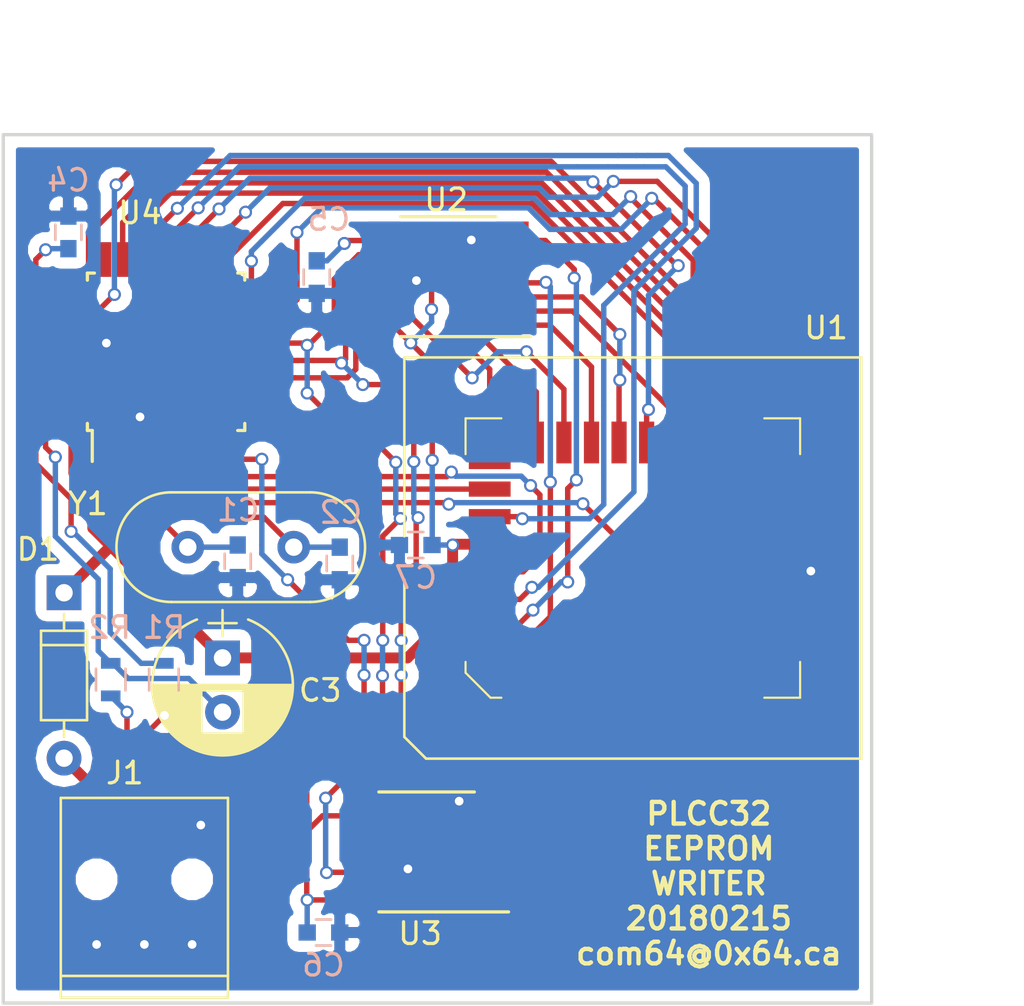
<source format=kicad_pcb>
(kicad_pcb (version 4) (host pcbnew 4.0.7)

  (general
    (links 76)
    (no_connects 0)
    (area 91.924999 46.924999 132.075001 87.075001)
    (thickness 1.6)
    (drawings 7)
    (tracks 529)
    (zones 0)
    (modules 16)
    (nets 52)
  )

  (page A4)
  (layers
    (0 F.Cu signal)
    (31 B.Cu signal)
    (32 B.Adhes user hide)
    (33 F.Adhes user hide)
    (34 B.Paste user hide)
    (35 F.Paste user hide)
    (36 B.SilkS user)
    (37 F.SilkS user)
    (38 B.Mask user)
    (39 F.Mask user)
    (40 Dwgs.User user)
    (41 Cmts.User user)
    (42 Eco1.User user hide)
    (43 Eco2.User user hide)
    (44 Edge.Cuts user)
    (45 Margin user hide)
    (46 B.CrtYd user hide)
    (47 F.CrtYd user hide)
    (48 B.Fab user hide)
    (49 F.Fab user hide)
  )

  (setup
    (last_trace_width 0.25)
    (user_trace_width 0.25)
    (user_trace_width 0.5)
    (user_trace_width 0.75)
    (user_trace_width 1)
    (trace_clearance 0.2)
    (zone_clearance 0.508)
    (zone_45_only yes)
    (trace_min 0.17)
    (segment_width 0.2)
    (edge_width 0.15)
    (via_size 0.6)
    (via_drill 0.4)
    (via_min_size 0.4)
    (via_min_drill 0.3)
    (uvia_size 0.3)
    (uvia_drill 0.1)
    (uvias_allowed no)
    (uvia_min_size 0.2)
    (uvia_min_drill 0.1)
    (pcb_text_width 0.3)
    (pcb_text_size 1.5 1.5)
    (mod_edge_width 0.15)
    (mod_text_size 1 1)
    (mod_text_width 0.15)
    (pad_size 1 1)
    (pad_drill 0)
    (pad_to_mask_clearance 0.2)
    (aux_axis_origin 12 12)
    (grid_origin 12 12)
    (visible_elements FFFEFFFF)
    (pcbplotparams
      (layerselection 0x010f0_80000001)
      (usegerberextensions true)
      (excludeedgelayer true)
      (linewidth 0.100000)
      (plotframeref false)
      (viasonmask false)
      (mode 1)
      (useauxorigin true)
      (hpglpennumber 1)
      (hpglpenspeed 20)
      (hpglpendiameter 15)
      (hpglpenoverlay 2)
      (psnegative false)
      (psa4output false)
      (plotreference true)
      (plotvalue true)
      (plotinvisibletext false)
      (padsonsilk false)
      (subtractmaskfromsilk false)
      (outputformat 1)
      (mirror false)
      (drillshape 0)
      (scaleselection 1)
      (outputdirectory ./gerber))
  )

  (net 0 "")
  (net 1 "Net-(J1-Pad2)")
  (net 2 "Net-(J1-Pad3)")
  (net 3 "Net-(J1-Pad4)")
  (net 4 "Net-(C3-Pad2)")
  (net 5 "Net-(R1-Pad2)")
  (net 6 "Net-(C1-Pad2)")
  (net 7 "Net-(C2-Pad2)")
  (net 8 "Net-(D1-Pad2)")
  (net 9 "Net-(C4-Pad1)")
  (net 10 //OE_)
  (net 11 //WR_)
  (net 12 /D3_)
  (net 13 /D0_)
  (net 14 /D1_)
  (net 15 /D2_)
  (net 16 /D7_)
  (net 17 /D6_)
  (net 18 /D5_)
  (net 19 /D4_)
  (net 20 /A9_)
  (net 21 /A10_)
  (net 22 /A11_)
  (net 23 /A12_)
  (net 24 /A13_)
  (net 25 /A14_)
  (net 26 /A15_)
  (net 27 /A8_)
  (net 28 /A1_)
  (net 29 /A2_)
  (net 30 /A3_)
  (net 31 /A4_)
  (net 32 /A5_)
  (net 33 /A6_)
  (net 34 /A7_)
  (net 35 /A0_)
  (net 36 /A17_)
  (net 37 /A18_)
  (net 38 /A16_)
  (net 39 //CE_)
  (net 40 GND)
  (net 41 +5V)
  (net 42 "Net-(U2-Pad9)")
  (net 43 "Net-(U2-Pad11)")
  (net 44 "Net-(U2-Pad12)")
  (net 45 "Net-(U2-Pad14)")
  (net 46 "Net-(U3-Pad9)")
  (net 47 "Net-(U3-Pad14)")
  (net 48 "Net-(U4-Pad9)")
  (net 49 "Net-(U4-Pad10)")
  (net 50 "Net-(U4-Pad14)")
  (net 51 "Net-(U4-Pad24)")

  (net_class Default "This is the default net class."
    (clearance 0.2)
    (trace_width 0.25)
    (via_dia 0.6)
    (via_drill 0.4)
    (uvia_dia 0.3)
    (uvia_drill 0.1)
    (add_net +5V)
    (add_net //CE_)
    (add_net //OE_)
    (add_net //WR_)
    (add_net /A0_)
    (add_net /A10_)
    (add_net /A11_)
    (add_net /A12_)
    (add_net /A13_)
    (add_net /A14_)
    (add_net /A15_)
    (add_net /A16_)
    (add_net /A17_)
    (add_net /A18_)
    (add_net /A1_)
    (add_net /A2_)
    (add_net /A3_)
    (add_net /A4_)
    (add_net /A5_)
    (add_net /A6_)
    (add_net /A7_)
    (add_net /A8_)
    (add_net /A9_)
    (add_net /D0_)
    (add_net /D1_)
    (add_net /D2_)
    (add_net /D3_)
    (add_net /D4_)
    (add_net /D5_)
    (add_net /D6_)
    (add_net /D7_)
    (add_net GND)
    (add_net "Net-(C1-Pad2)")
    (add_net "Net-(C2-Pad2)")
    (add_net "Net-(C3-Pad2)")
    (add_net "Net-(C4-Pad1)")
    (add_net "Net-(D1-Pad2)")
    (add_net "Net-(J1-Pad2)")
    (add_net "Net-(J1-Pad3)")
    (add_net "Net-(J1-Pad4)")
    (add_net "Net-(R1-Pad2)")
    (add_net "Net-(U2-Pad11)")
    (add_net "Net-(U2-Pad12)")
    (add_net "Net-(U2-Pad14)")
    (add_net "Net-(U2-Pad9)")
    (add_net "Net-(U3-Pad14)")
    (add_net "Net-(U3-Pad9)")
    (add_net "Net-(U4-Pad10)")
    (add_net "Net-(U4-Pad14)")
    (add_net "Net-(U4-Pad24)")
    (add_net "Net-(U4-Pad9)")
  )

  (net_class OSHMID ""
    (clearance 0.17)
    (trace_width 0.17)
    (via_dia 0.45)
    (via_drill 0.35)
    (uvia_dia 0.3)
    (uvia_drill 0.1)
  )

  (net_class OSHMIN ""
    (clearance 0.17)
    (trace_width 0.17)
    (via_dia 0.4)
    (via_drill 0.3302)
    (uvia_dia 0.3)
    (uvia_drill 0.1)
  )

  (net_class POWER ""
    (clearance 0.2)
    (trace_width 0.25)
    (via_dia 0.6)
    (via_drill 0.4)
    (uvia_dia 0.3)
    (uvia_drill 0.1)
  )

  (module Housings_LCC:PLCC-32_SMD-Socket (layer F.Cu) (tedit 5A858A8B) (tstamp 5A851AE5)
    (at 121 66.5 90)
    (descr "PLCC, 32 pins, surface mount")
    (tags "plcc smt")
    (path /5A84EB0A)
    (attr smd)
    (fp_text reference U1 (at 10.6 8.9 180) (layer F.SilkS)
      (effects (font (size 1 1) (thickness 0.15)))
    )
    (fp_text value SST39SF040 (at 0 11.375 90) (layer F.Fab)
      (effects (font (size 1 1) (thickness 0.15)))
    )
    (fp_line (start -8.09 -10.375) (end -9.09 -9.375) (layer F.Fab) (width 0.1))
    (fp_line (start -9.09 -9.375) (end -9.09 10.375) (layer F.Fab) (width 0.1))
    (fp_line (start -9.09 10.375) (end 9.09 10.375) (layer F.Fab) (width 0.1))
    (fp_line (start 9.09 10.375) (end 9.09 -10.375) (layer F.Fab) (width 0.1))
    (fp_line (start 9.09 -10.375) (end -8.09 -10.375) (layer F.Fab) (width 0.1))
    (fp_line (start -9.55 -10.85) (end -9.55 10.85) (layer F.CrtYd) (width 0.05))
    (fp_line (start -9.55 10.85) (end 9.55 10.85) (layer F.CrtYd) (width 0.05))
    (fp_line (start 9.55 10.85) (end 9.55 -10.85) (layer F.CrtYd) (width 0.05))
    (fp_line (start 9.55 -10.85) (end -9.55 -10.85) (layer F.CrtYd) (width 0.05))
    (fp_line (start -5.285 -7.555) (end -6.285 -6.555) (layer F.Fab) (width 0.1))
    (fp_line (start -6.285 -6.555) (end -6.285 7.555) (layer F.Fab) (width 0.1))
    (fp_line (start -6.285 7.555) (end 6.285 7.555) (layer F.Fab) (width 0.1))
    (fp_line (start 6.285 7.555) (end 6.285 -7.555) (layer F.Fab) (width 0.1))
    (fp_line (start 6.285 -7.555) (end -5.285 -7.555) (layer F.Fab) (width 0.1))
    (fp_line (start -7.82 -9.105) (end -7.82 9.105) (layer F.Fab) (width 0.1))
    (fp_line (start -7.82 9.105) (end 7.82 9.105) (layer F.Fab) (width 0.1))
    (fp_line (start 7.82 9.105) (end 7.82 -9.105) (layer F.Fab) (width 0.1))
    (fp_line (start 7.82 -9.105) (end -7.82 -9.105) (layer F.Fab) (width 0.1))
    (fp_line (start -0.5 -10.375) (end 0 -9.375) (layer F.Fab) (width 0.1))
    (fp_line (start 0 -9.375) (end 0.5 -10.375) (layer F.Fab) (width 0.1))
    (fp_line (start -1 -10.525) (end -8.24 -10.525) (layer F.SilkS) (width 0.12))
    (fp_line (start -8.24 -10.525) (end -9.24 -9.525) (layer F.SilkS) (width 0.12))
    (fp_line (start -9.24 -9.525) (end -9.24 10.525) (layer F.SilkS) (width 0.12))
    (fp_line (start -9.24 10.525) (end 9.24 10.525) (layer F.SilkS) (width 0.12))
    (fp_line (start 9.24 10.525) (end 9.24 -10.525) (layer F.SilkS) (width 0.12))
    (fp_line (start 9.24 -10.525) (end 1 -10.525) (layer F.SilkS) (width 0.12))
    (fp_line (start -4.785 -7.705) (end -5.285 -7.705) (layer F.SilkS) (width 0.1))
    (fp_line (start -5.285 -7.705) (end -6.435 -6.555) (layer F.SilkS) (width 0.1))
    (fp_line (start -6.435 -6.555) (end -6.435 -6.055) (layer F.SilkS) (width 0.1))
    (fp_line (start 4.785 -7.705) (end 6.435 -7.705) (layer F.SilkS) (width 0.1))
    (fp_line (start 6.435 -7.705) (end 6.435 -6.055) (layer F.SilkS) (width 0.1))
    (fp_line (start -4.785 7.705) (end -6.435 7.705) (layer F.SilkS) (width 0.1))
    (fp_line (start -6.435 7.705) (end -6.435 6.055) (layer F.SilkS) (width 0.1))
    (fp_line (start 4.785 7.705) (end 6.435 7.705) (layer F.SilkS) (width 0.1))
    (fp_line (start 6.435 7.705) (end 6.435 6.055) (layer F.SilkS) (width 0.1))
    (fp_text user %R (at 0 0 90) (layer F.Fab)
      (effects (font (size 1 1) (thickness 0.15)))
    )
    (pad 1 smd rect (at -0.635 -6.5925 90) (size 0.7 1.925) (layers F.Cu F.Paste F.Mask)
      (net 37 /A18_))
    (pad 2 smd rect (at -1.905 -6.5925 90) (size 0.7 1.925) (layers F.Cu F.Paste F.Mask)
      (net 38 /A16_))
    (pad 3 smd rect (at -3.175 -6.5925 90) (size 0.7 1.925) (layers F.Cu F.Paste F.Mask)
      (net 26 /A15_))
    (pad 4 smd rect (at -4.445 -6.5925 90) (size 0.7 1.925) (layers F.Cu F.Paste F.Mask)
      (net 23 /A12_))
    (pad 32 smd rect (at 0.635 -6.5925 90) (size 0.7 1.925) (layers F.Cu F.Paste F.Mask)
      (net 41 +5V))
    (pad 31 smd rect (at 1.905 -6.5925 90) (size 0.7 1.925) (layers F.Cu F.Paste F.Mask)
      (net 11 //WR_))
    (pad 30 smd rect (at 3.175 -6.5925 90) (size 0.7 1.925) (layers F.Cu F.Paste F.Mask)
      (net 36 /A17_))
    (pad 29 smd rect (at 4.445 -6.5925 90) (size 0.7 1.925) (layers F.Cu F.Paste F.Mask)
      (net 25 /A14_))
    (pad 5 smd rect (at -5.3225 -4.445 90) (size 1.925 0.7) (layers F.Cu F.Paste F.Mask)
      (net 34 /A7_))
    (pad 6 smd rect (at -5.3225 -3.175 90) (size 1.925 0.7) (layers F.Cu F.Paste F.Mask)
      (net 33 /A6_))
    (pad 7 smd rect (at -5.3225 -1.905 90) (size 1.925 0.7) (layers F.Cu F.Paste F.Mask)
      (net 32 /A5_))
    (pad 8 smd rect (at -5.3225 -0.635 90) (size 1.925 0.7) (layers F.Cu F.Paste F.Mask)
      (net 31 /A4_))
    (pad 9 smd rect (at -5.3225 0.635 90) (size 1.925 0.7) (layers F.Cu F.Paste F.Mask)
      (net 30 /A3_))
    (pad 10 smd rect (at -5.3225 1.905 90) (size 1.925 0.7) (layers F.Cu F.Paste F.Mask)
      (net 29 /A2_))
    (pad 11 smd rect (at -5.3225 3.175 90) (size 1.925 0.7) (layers F.Cu F.Paste F.Mask)
      (net 28 /A1_))
    (pad 12 smd rect (at -5.3225 4.445 90) (size 1.925 0.7) (layers F.Cu F.Paste F.Mask)
      (net 35 /A0_))
    (pad 13 smd rect (at -4.445 6.5925 90) (size 0.7 1.925) (layers F.Cu F.Paste F.Mask)
      (net 13 /D0_))
    (pad 14 smd rect (at -3.175 6.5925 90) (size 0.7 1.925) (layers F.Cu F.Paste F.Mask)
      (net 14 /D1_))
    (pad 15 smd rect (at -1.905 6.5925 90) (size 0.7 1.925) (layers F.Cu F.Paste F.Mask)
      (net 12 /D3_))
    (pad 16 smd rect (at -0.635 6.5925 90) (size 0.7 1.925) (layers F.Cu F.Paste F.Mask)
      (net 40 GND))
    (pad 17 smd rect (at 0.635 6.5925 90) (size 0.7 1.925) (layers F.Cu F.Paste F.Mask)
      (net 15 /D2_))
    (pad 18 smd rect (at 1.905 6.5925 90) (size 0.7 1.925) (layers F.Cu F.Paste F.Mask)
      (net 19 /D4_))
    (pad 19 smd rect (at 3.175 6.5925 90) (size 0.7 1.925) (layers F.Cu F.Paste F.Mask)
      (net 18 /D5_))
    (pad 20 smd rect (at 4.445 6.5925 90) (size 0.7 1.925) (layers F.Cu F.Paste F.Mask)
      (net 17 /D6_))
    (pad 21 smd rect (at 5.3225 4.445 90) (size 1.925 0.7) (layers F.Cu F.Paste F.Mask)
      (net 16 /D7_))
    (pad 22 smd rect (at 5.3225 3.175 90) (size 1.925 0.7) (layers F.Cu F.Paste F.Mask)
      (net 39 //CE_))
    (pad 23 smd rect (at 5.3225 1.905 90) (size 1.925 0.7) (layers F.Cu F.Paste F.Mask)
      (net 21 /A10_))
    (pad 24 smd rect (at 5.3225 0.635 90) (size 1.925 0.7) (layers F.Cu F.Paste F.Mask)
      (net 10 //OE_))
    (pad 25 smd rect (at 5.3225 -0.635 90) (size 1.925 0.7) (layers F.Cu F.Paste F.Mask)
      (net 22 /A11_))
    (pad 26 smd rect (at 5.3225 -1.905 90) (size 1.925 0.7) (layers F.Cu F.Paste F.Mask)
      (net 20 /A9_))
    (pad 27 smd rect (at 5.3225 -3.175 90) (size 1.925 0.7) (layers F.Cu F.Paste F.Mask)
      (net 27 /A8_))
    (pad 28 smd rect (at 5.3225 -4.445 90) (size 1.925 0.7) (layers F.Cu F.Paste F.Mask)
      (net 24 /A13_))
    (model ${KISYS3DMOD}/Housings_LCC.3dshapes/PLCC-32_SMD-Socket.wrl
      (at (xyz 0 0 0))
      (scale (xyz 1 1 1))
      (rotate (xyz 0 0 0))
    )
  )

  (module Capacitors_THT:CP_Radial_D6.3mm_P2.50mm (layer F.Cu) (tedit 5A858A9D) (tstamp 59EBB060)
    (at 102.1 71.1 270)
    (descr "CP, Radial series, Radial, pin pitch=2.50mm, , diameter=6.3mm, Electrolytic Capacitor")
    (tags "CP Radial series Radial pin pitch 2.50mm  diameter 6.3mm Electrolytic Capacitor")
    (path /59ED3375)
    (fp_text reference C3 (at 1.5 -4.5 360) (layer F.SilkS)
      (effects (font (size 1 1) (thickness 0.15)))
    )
    (fp_text value 100u (at 1.25 4.46 270) (layer F.Fab)
      (effects (font (size 1 1) (thickness 0.15)))
    )
    (fp_arc (start 1.25 0) (end -1.767482 -1.18) (angle 137.3) (layer F.SilkS) (width 0.12))
    (fp_arc (start 1.25 0) (end -1.767482 1.18) (angle -137.3) (layer F.SilkS) (width 0.12))
    (fp_arc (start 1.25 0) (end 4.267482 -1.18) (angle 42.7) (layer F.SilkS) (width 0.12))
    (fp_circle (center 1.25 0) (end 4.4 0) (layer F.Fab) (width 0.1))
    (fp_line (start -2.2 0) (end -1 0) (layer F.Fab) (width 0.1))
    (fp_line (start -1.6 -0.65) (end -1.6 0.65) (layer F.Fab) (width 0.1))
    (fp_line (start 1.25 -3.2) (end 1.25 3.2) (layer F.SilkS) (width 0.12))
    (fp_line (start 1.29 -3.2) (end 1.29 3.2) (layer F.SilkS) (width 0.12))
    (fp_line (start 1.33 -3.2) (end 1.33 3.2) (layer F.SilkS) (width 0.12))
    (fp_line (start 1.37 -3.198) (end 1.37 3.198) (layer F.SilkS) (width 0.12))
    (fp_line (start 1.41 -3.197) (end 1.41 3.197) (layer F.SilkS) (width 0.12))
    (fp_line (start 1.45 -3.194) (end 1.45 3.194) (layer F.SilkS) (width 0.12))
    (fp_line (start 1.49 -3.192) (end 1.49 3.192) (layer F.SilkS) (width 0.12))
    (fp_line (start 1.53 -3.188) (end 1.53 -0.98) (layer F.SilkS) (width 0.12))
    (fp_line (start 1.53 0.98) (end 1.53 3.188) (layer F.SilkS) (width 0.12))
    (fp_line (start 1.57 -3.185) (end 1.57 -0.98) (layer F.SilkS) (width 0.12))
    (fp_line (start 1.57 0.98) (end 1.57 3.185) (layer F.SilkS) (width 0.12))
    (fp_line (start 1.61 -3.18) (end 1.61 -0.98) (layer F.SilkS) (width 0.12))
    (fp_line (start 1.61 0.98) (end 1.61 3.18) (layer F.SilkS) (width 0.12))
    (fp_line (start 1.65 -3.176) (end 1.65 -0.98) (layer F.SilkS) (width 0.12))
    (fp_line (start 1.65 0.98) (end 1.65 3.176) (layer F.SilkS) (width 0.12))
    (fp_line (start 1.69 -3.17) (end 1.69 -0.98) (layer F.SilkS) (width 0.12))
    (fp_line (start 1.69 0.98) (end 1.69 3.17) (layer F.SilkS) (width 0.12))
    (fp_line (start 1.73 -3.165) (end 1.73 -0.98) (layer F.SilkS) (width 0.12))
    (fp_line (start 1.73 0.98) (end 1.73 3.165) (layer F.SilkS) (width 0.12))
    (fp_line (start 1.77 -3.158) (end 1.77 -0.98) (layer F.SilkS) (width 0.12))
    (fp_line (start 1.77 0.98) (end 1.77 3.158) (layer F.SilkS) (width 0.12))
    (fp_line (start 1.81 -3.152) (end 1.81 -0.98) (layer F.SilkS) (width 0.12))
    (fp_line (start 1.81 0.98) (end 1.81 3.152) (layer F.SilkS) (width 0.12))
    (fp_line (start 1.85 -3.144) (end 1.85 -0.98) (layer F.SilkS) (width 0.12))
    (fp_line (start 1.85 0.98) (end 1.85 3.144) (layer F.SilkS) (width 0.12))
    (fp_line (start 1.89 -3.137) (end 1.89 -0.98) (layer F.SilkS) (width 0.12))
    (fp_line (start 1.89 0.98) (end 1.89 3.137) (layer F.SilkS) (width 0.12))
    (fp_line (start 1.93 -3.128) (end 1.93 -0.98) (layer F.SilkS) (width 0.12))
    (fp_line (start 1.93 0.98) (end 1.93 3.128) (layer F.SilkS) (width 0.12))
    (fp_line (start 1.971 -3.119) (end 1.971 -0.98) (layer F.SilkS) (width 0.12))
    (fp_line (start 1.971 0.98) (end 1.971 3.119) (layer F.SilkS) (width 0.12))
    (fp_line (start 2.011 -3.11) (end 2.011 -0.98) (layer F.SilkS) (width 0.12))
    (fp_line (start 2.011 0.98) (end 2.011 3.11) (layer F.SilkS) (width 0.12))
    (fp_line (start 2.051 -3.1) (end 2.051 -0.98) (layer F.SilkS) (width 0.12))
    (fp_line (start 2.051 0.98) (end 2.051 3.1) (layer F.SilkS) (width 0.12))
    (fp_line (start 2.091 -3.09) (end 2.091 -0.98) (layer F.SilkS) (width 0.12))
    (fp_line (start 2.091 0.98) (end 2.091 3.09) (layer F.SilkS) (width 0.12))
    (fp_line (start 2.131 -3.079) (end 2.131 -0.98) (layer F.SilkS) (width 0.12))
    (fp_line (start 2.131 0.98) (end 2.131 3.079) (layer F.SilkS) (width 0.12))
    (fp_line (start 2.171 -3.067) (end 2.171 -0.98) (layer F.SilkS) (width 0.12))
    (fp_line (start 2.171 0.98) (end 2.171 3.067) (layer F.SilkS) (width 0.12))
    (fp_line (start 2.211 -3.055) (end 2.211 -0.98) (layer F.SilkS) (width 0.12))
    (fp_line (start 2.211 0.98) (end 2.211 3.055) (layer F.SilkS) (width 0.12))
    (fp_line (start 2.251 -3.042) (end 2.251 -0.98) (layer F.SilkS) (width 0.12))
    (fp_line (start 2.251 0.98) (end 2.251 3.042) (layer F.SilkS) (width 0.12))
    (fp_line (start 2.291 -3.029) (end 2.291 -0.98) (layer F.SilkS) (width 0.12))
    (fp_line (start 2.291 0.98) (end 2.291 3.029) (layer F.SilkS) (width 0.12))
    (fp_line (start 2.331 -3.015) (end 2.331 -0.98) (layer F.SilkS) (width 0.12))
    (fp_line (start 2.331 0.98) (end 2.331 3.015) (layer F.SilkS) (width 0.12))
    (fp_line (start 2.371 -3.001) (end 2.371 -0.98) (layer F.SilkS) (width 0.12))
    (fp_line (start 2.371 0.98) (end 2.371 3.001) (layer F.SilkS) (width 0.12))
    (fp_line (start 2.411 -2.986) (end 2.411 -0.98) (layer F.SilkS) (width 0.12))
    (fp_line (start 2.411 0.98) (end 2.411 2.986) (layer F.SilkS) (width 0.12))
    (fp_line (start 2.451 -2.97) (end 2.451 -0.98) (layer F.SilkS) (width 0.12))
    (fp_line (start 2.451 0.98) (end 2.451 2.97) (layer F.SilkS) (width 0.12))
    (fp_line (start 2.491 -2.954) (end 2.491 -0.98) (layer F.SilkS) (width 0.12))
    (fp_line (start 2.491 0.98) (end 2.491 2.954) (layer F.SilkS) (width 0.12))
    (fp_line (start 2.531 -2.937) (end 2.531 -0.98) (layer F.SilkS) (width 0.12))
    (fp_line (start 2.531 0.98) (end 2.531 2.937) (layer F.SilkS) (width 0.12))
    (fp_line (start 2.571 -2.919) (end 2.571 -0.98) (layer F.SilkS) (width 0.12))
    (fp_line (start 2.571 0.98) (end 2.571 2.919) (layer F.SilkS) (width 0.12))
    (fp_line (start 2.611 -2.901) (end 2.611 -0.98) (layer F.SilkS) (width 0.12))
    (fp_line (start 2.611 0.98) (end 2.611 2.901) (layer F.SilkS) (width 0.12))
    (fp_line (start 2.651 -2.882) (end 2.651 -0.98) (layer F.SilkS) (width 0.12))
    (fp_line (start 2.651 0.98) (end 2.651 2.882) (layer F.SilkS) (width 0.12))
    (fp_line (start 2.691 -2.863) (end 2.691 -0.98) (layer F.SilkS) (width 0.12))
    (fp_line (start 2.691 0.98) (end 2.691 2.863) (layer F.SilkS) (width 0.12))
    (fp_line (start 2.731 -2.843) (end 2.731 -0.98) (layer F.SilkS) (width 0.12))
    (fp_line (start 2.731 0.98) (end 2.731 2.843) (layer F.SilkS) (width 0.12))
    (fp_line (start 2.771 -2.822) (end 2.771 -0.98) (layer F.SilkS) (width 0.12))
    (fp_line (start 2.771 0.98) (end 2.771 2.822) (layer F.SilkS) (width 0.12))
    (fp_line (start 2.811 -2.8) (end 2.811 -0.98) (layer F.SilkS) (width 0.12))
    (fp_line (start 2.811 0.98) (end 2.811 2.8) (layer F.SilkS) (width 0.12))
    (fp_line (start 2.851 -2.778) (end 2.851 -0.98) (layer F.SilkS) (width 0.12))
    (fp_line (start 2.851 0.98) (end 2.851 2.778) (layer F.SilkS) (width 0.12))
    (fp_line (start 2.891 -2.755) (end 2.891 -0.98) (layer F.SilkS) (width 0.12))
    (fp_line (start 2.891 0.98) (end 2.891 2.755) (layer F.SilkS) (width 0.12))
    (fp_line (start 2.931 -2.731) (end 2.931 -0.98) (layer F.SilkS) (width 0.12))
    (fp_line (start 2.931 0.98) (end 2.931 2.731) (layer F.SilkS) (width 0.12))
    (fp_line (start 2.971 -2.706) (end 2.971 -0.98) (layer F.SilkS) (width 0.12))
    (fp_line (start 2.971 0.98) (end 2.971 2.706) (layer F.SilkS) (width 0.12))
    (fp_line (start 3.011 -2.681) (end 3.011 -0.98) (layer F.SilkS) (width 0.12))
    (fp_line (start 3.011 0.98) (end 3.011 2.681) (layer F.SilkS) (width 0.12))
    (fp_line (start 3.051 -2.654) (end 3.051 -0.98) (layer F.SilkS) (width 0.12))
    (fp_line (start 3.051 0.98) (end 3.051 2.654) (layer F.SilkS) (width 0.12))
    (fp_line (start 3.091 -2.627) (end 3.091 -0.98) (layer F.SilkS) (width 0.12))
    (fp_line (start 3.091 0.98) (end 3.091 2.627) (layer F.SilkS) (width 0.12))
    (fp_line (start 3.131 -2.599) (end 3.131 -0.98) (layer F.SilkS) (width 0.12))
    (fp_line (start 3.131 0.98) (end 3.131 2.599) (layer F.SilkS) (width 0.12))
    (fp_line (start 3.171 -2.57) (end 3.171 -0.98) (layer F.SilkS) (width 0.12))
    (fp_line (start 3.171 0.98) (end 3.171 2.57) (layer F.SilkS) (width 0.12))
    (fp_line (start 3.211 -2.54) (end 3.211 -0.98) (layer F.SilkS) (width 0.12))
    (fp_line (start 3.211 0.98) (end 3.211 2.54) (layer F.SilkS) (width 0.12))
    (fp_line (start 3.251 -2.51) (end 3.251 -0.98) (layer F.SilkS) (width 0.12))
    (fp_line (start 3.251 0.98) (end 3.251 2.51) (layer F.SilkS) (width 0.12))
    (fp_line (start 3.291 -2.478) (end 3.291 -0.98) (layer F.SilkS) (width 0.12))
    (fp_line (start 3.291 0.98) (end 3.291 2.478) (layer F.SilkS) (width 0.12))
    (fp_line (start 3.331 -2.445) (end 3.331 -0.98) (layer F.SilkS) (width 0.12))
    (fp_line (start 3.331 0.98) (end 3.331 2.445) (layer F.SilkS) (width 0.12))
    (fp_line (start 3.371 -2.411) (end 3.371 -0.98) (layer F.SilkS) (width 0.12))
    (fp_line (start 3.371 0.98) (end 3.371 2.411) (layer F.SilkS) (width 0.12))
    (fp_line (start 3.411 -2.375) (end 3.411 -0.98) (layer F.SilkS) (width 0.12))
    (fp_line (start 3.411 0.98) (end 3.411 2.375) (layer F.SilkS) (width 0.12))
    (fp_line (start 3.451 -2.339) (end 3.451 -0.98) (layer F.SilkS) (width 0.12))
    (fp_line (start 3.451 0.98) (end 3.451 2.339) (layer F.SilkS) (width 0.12))
    (fp_line (start 3.491 -2.301) (end 3.491 2.301) (layer F.SilkS) (width 0.12))
    (fp_line (start 3.531 -2.262) (end 3.531 2.262) (layer F.SilkS) (width 0.12))
    (fp_line (start 3.571 -2.222) (end 3.571 2.222) (layer F.SilkS) (width 0.12))
    (fp_line (start 3.611 -2.18) (end 3.611 2.18) (layer F.SilkS) (width 0.12))
    (fp_line (start 3.651 -2.137) (end 3.651 2.137) (layer F.SilkS) (width 0.12))
    (fp_line (start 3.691 -2.092) (end 3.691 2.092) (layer F.SilkS) (width 0.12))
    (fp_line (start 3.731 -2.045) (end 3.731 2.045) (layer F.SilkS) (width 0.12))
    (fp_line (start 3.771 -1.997) (end 3.771 1.997) (layer F.SilkS) (width 0.12))
    (fp_line (start 3.811 -1.946) (end 3.811 1.946) (layer F.SilkS) (width 0.12))
    (fp_line (start 3.851 -1.894) (end 3.851 1.894) (layer F.SilkS) (width 0.12))
    (fp_line (start 3.891 -1.839) (end 3.891 1.839) (layer F.SilkS) (width 0.12))
    (fp_line (start 3.931 -1.781) (end 3.931 1.781) (layer F.SilkS) (width 0.12))
    (fp_line (start 3.971 -1.721) (end 3.971 1.721) (layer F.SilkS) (width 0.12))
    (fp_line (start 4.011 -1.658) (end 4.011 1.658) (layer F.SilkS) (width 0.12))
    (fp_line (start 4.051 -1.591) (end 4.051 1.591) (layer F.SilkS) (width 0.12))
    (fp_line (start 4.091 -1.52) (end 4.091 1.52) (layer F.SilkS) (width 0.12))
    (fp_line (start 4.131 -1.445) (end 4.131 1.445) (layer F.SilkS) (width 0.12))
    (fp_line (start 4.171 -1.364) (end 4.171 1.364) (layer F.SilkS) (width 0.12))
    (fp_line (start 4.211 -1.278) (end 4.211 1.278) (layer F.SilkS) (width 0.12))
    (fp_line (start 4.251 -1.184) (end 4.251 1.184) (layer F.SilkS) (width 0.12))
    (fp_line (start 4.291 -1.081) (end 4.291 1.081) (layer F.SilkS) (width 0.12))
    (fp_line (start 4.331 -0.966) (end 4.331 0.966) (layer F.SilkS) (width 0.12))
    (fp_line (start 4.371 -0.834) (end 4.371 0.834) (layer F.SilkS) (width 0.12))
    (fp_line (start 4.411 -0.676) (end 4.411 0.676) (layer F.SilkS) (width 0.12))
    (fp_line (start 4.451 -0.468) (end 4.451 0.468) (layer F.SilkS) (width 0.12))
    (fp_line (start -2.2 0) (end -1 0) (layer F.SilkS) (width 0.12))
    (fp_line (start -1.6 -0.65) (end -1.6 0.65) (layer F.SilkS) (width 0.12))
    (fp_line (start -2.25 -3.5) (end -2.25 3.5) (layer F.CrtYd) (width 0.05))
    (fp_line (start -2.25 3.5) (end 4.75 3.5) (layer F.CrtYd) (width 0.05))
    (fp_line (start 4.75 3.5) (end 4.75 -3.5) (layer F.CrtYd) (width 0.05))
    (fp_line (start 4.75 -3.5) (end -2.25 -3.5) (layer F.CrtYd) (width 0.05))
    (fp_text user %R (at 1.25 0 270) (layer F.Fab)
      (effects (font (size 1 1) (thickness 0.15)))
    )
    (pad 1 thru_hole rect (at 0 0 270) (size 1.6 1.6) (drill 0.8) (layers *.Cu *.Mask)
      (net 41 +5V))
    (pad 2 thru_hole circle (at 2.5 0 270) (size 1.6 1.6) (drill 0.8) (layers *.Cu *.Mask)
      (net 4 "Net-(C3-Pad2)"))
    (model ${KISYS3DMOD}/Capacitors_THT.3dshapes/CP_Radial_D6.3mm_P2.50mm.wrl
      (at (xyz 0 0 0))
      (scale (xyz 1 1 1))
      (rotate (xyz 0 0 0))
    )
  )

  (module Capacitors_SMD:C_0603 (layer B.Cu) (tedit 5A858AE0) (tstamp 59F29694)
    (at 95 51.5 90)
    (descr "Capacitor SMD 0603, reflow soldering, AVX (see smccp.pdf)")
    (tags "capacitor 0603")
    (path /59EB936B)
    (attr smd)
    (fp_text reference C4 (at 2.4 0 180) (layer B.SilkS)
      (effects (font (size 1 1) (thickness 0.15)) (justify mirror))
    )
    (fp_text value 1u (at 0 -1.5 90) (layer B.Fab)
      (effects (font (size 1 1) (thickness 0.15)) (justify mirror))
    )
    (fp_line (start 1.4 -0.65) (end -1.4 -0.65) (layer B.CrtYd) (width 0.05))
    (fp_line (start 1.4 -0.65) (end 1.4 0.65) (layer B.CrtYd) (width 0.05))
    (fp_line (start -1.4 0.65) (end -1.4 -0.65) (layer B.CrtYd) (width 0.05))
    (fp_line (start -1.4 0.65) (end 1.4 0.65) (layer B.CrtYd) (width 0.05))
    (fp_line (start 0.35 -0.6) (end -0.35 -0.6) (layer B.SilkS) (width 0.12))
    (fp_line (start -0.35 0.6) (end 0.35 0.6) (layer B.SilkS) (width 0.12))
    (fp_line (start -0.8 0.4) (end 0.8 0.4) (layer B.Fab) (width 0.1))
    (fp_line (start 0.8 0.4) (end 0.8 -0.4) (layer B.Fab) (width 0.1))
    (fp_line (start 0.8 -0.4) (end -0.8 -0.4) (layer B.Fab) (width 0.1))
    (fp_line (start -0.8 -0.4) (end -0.8 0.4) (layer B.Fab) (width 0.1))
    (fp_text user %R (at 0 0 90) (layer B.Fab)
      (effects (font (size 0.3 0.3) (thickness 0.075)) (justify mirror))
    )
    (pad 2 smd rect (at 0.75 0 90) (size 0.8 0.75) (layers B.Cu B.Paste B.Mask)
      (net 40 GND))
    (pad 1 smd rect (at -0.75 0 90) (size 0.8 0.75) (layers B.Cu B.Paste B.Mask)
      (net 9 "Net-(C4-Pad1)"))
    (model Capacitors_SMD.3dshapes/C_0603.wrl
      (at (xyz 0 0 0))
      (scale (xyz 1 1 1))
      (rotate (xyz 0 0 0))
    )
  )

  (module Housings_SSOP:TSSOP-16_4.4x5mm_Pitch0.65mm (layer F.Cu) (tedit 5A858CD4) (tstamp 59F0BA4F)
    (at 112.5 53.5 180)
    (descr "16-Lead Plastic Thin Shrink Small Outline (ST)-4.4 mm Body [TSSOP] (see Microchip Packaging Specification 00000049BS.pdf)")
    (tags "SSOP 0.65")
    (path /59F0492F)
    (attr smd)
    (fp_text reference U2 (at 0.1 3.5 180) (layer F.SilkS)
      (effects (font (size 1 1) (thickness 0.15)))
    )
    (fp_text value 74HC595 (at 0 3.55 180) (layer F.Fab)
      (effects (font (size 1 1) (thickness 0.15)))
    )
    (fp_line (start -1.2 -2.5) (end 2.2 -2.5) (layer F.Fab) (width 0.15))
    (fp_line (start 2.2 -2.5) (end 2.2 2.5) (layer F.Fab) (width 0.15))
    (fp_line (start 2.2 2.5) (end -2.2 2.5) (layer F.Fab) (width 0.15))
    (fp_line (start -2.2 2.5) (end -2.2 -1.5) (layer F.Fab) (width 0.15))
    (fp_line (start -2.2 -1.5) (end -1.2 -2.5) (layer F.Fab) (width 0.15))
    (fp_line (start -3.95 -2.9) (end -3.95 2.8) (layer F.CrtYd) (width 0.05))
    (fp_line (start 3.95 -2.9) (end 3.95 2.8) (layer F.CrtYd) (width 0.05))
    (fp_line (start -3.95 -2.9) (end 3.95 -2.9) (layer F.CrtYd) (width 0.05))
    (fp_line (start -3.95 2.8) (end 3.95 2.8) (layer F.CrtYd) (width 0.05))
    (fp_line (start -2.2 2.725) (end 2.2 2.725) (layer F.SilkS) (width 0.15))
    (fp_line (start -3.775 -2.8) (end 2.2 -2.8) (layer F.SilkS) (width 0.15))
    (fp_text user %R (at 0 0 360) (layer F.Fab)
      (effects (font (size 0.8 0.8) (thickness 0.15)))
    )
    (pad 1 smd rect (at -2.95 -2.275 180) (size 1.5 0.45) (layers F.Cu F.Paste F.Mask)
      (net 20 /A9_))
    (pad 2 smd rect (at -2.95 -1.625 180) (size 1.5 0.45) (layers F.Cu F.Paste F.Mask)
      (net 21 /A10_))
    (pad 3 smd rect (at -2.95 -0.975 180) (size 1.5 0.45) (layers F.Cu F.Paste F.Mask)
      (net 22 /A11_))
    (pad 4 smd rect (at -2.95 -0.325 180) (size 1.5 0.45) (layers F.Cu F.Paste F.Mask)
      (net 23 /A12_))
    (pad 5 smd rect (at -2.95 0.325 180) (size 1.5 0.45) (layers F.Cu F.Paste F.Mask)
      (net 24 /A13_))
    (pad 6 smd rect (at -2.95 0.975 180) (size 1.5 0.45) (layers F.Cu F.Paste F.Mask)
      (net 25 /A14_))
    (pad 7 smd rect (at -2.95 1.625 180) (size 1.5 0.45) (layers F.Cu F.Paste F.Mask)
      (net 26 /A15_))
    (pad 8 smd rect (at -2.95 2.275 180) (size 1.5 0.45) (layers F.Cu F.Paste F.Mask)
      (net 40 GND))
    (pad 9 smd rect (at 2.95 2.275 180) (size 1.5 0.45) (layers F.Cu F.Paste F.Mask)
      (net 42 "Net-(U2-Pad9)"))
    (pad 10 smd rect (at 2.95 1.625 180) (size 1.5 0.45) (layers F.Cu F.Paste F.Mask)
      (net 41 +5V))
    (pad 11 smd rect (at 2.95 0.975 180) (size 1.5 0.45) (layers F.Cu F.Paste F.Mask)
      (net 43 "Net-(U2-Pad11)"))
    (pad 12 smd rect (at 2.95 0.325 180) (size 1.5 0.45) (layers F.Cu F.Paste F.Mask)
      (net 44 "Net-(U2-Pad12)"))
    (pad 13 smd rect (at 2.95 -0.325 180) (size 1.5 0.45) (layers F.Cu F.Paste F.Mask)
      (net 40 GND))
    (pad 14 smd rect (at 2.95 -0.975 180) (size 1.5 0.45) (layers F.Cu F.Paste F.Mask)
      (net 45 "Net-(U2-Pad14)"))
    (pad 15 smd rect (at 2.95 -1.625 180) (size 1.5 0.45) (layers F.Cu F.Paste F.Mask)
      (net 27 /A8_))
    (pad 16 smd rect (at 2.95 -2.275 180) (size 1.5 0.45) (layers F.Cu F.Paste F.Mask)
      (net 41 +5V))
    (model ${KISYS3DMOD}/Housings_SSOP.3dshapes/TSSOP-16_4.4x5mm_Pitch0.65mm.wrl
      (at (xyz 0 0 0))
      (scale (xyz 1 1 1))
      (rotate (xyz 0 0 0))
    )
  )

  (module Housings_SSOP:TSSOP-16_4.4x5mm_Pitch0.65mm (layer F.Cu) (tedit 5A858CDA) (tstamp 59F0BA2F)
    (at 111.5 80 180)
    (descr "16-Lead Plastic Thin Shrink Small Outline (ST)-4.4 mm Body [TSSOP] (see Microchip Packaging Specification 00000049BS.pdf)")
    (tags "SSOP 0.65")
    (path /59F04784)
    (attr smd)
    (fp_text reference U3 (at 0.3 -3.8 180) (layer F.SilkS)
      (effects (font (size 1 1) (thickness 0.15)))
    )
    (fp_text value 74HC595 (at 0 3.55 180) (layer F.Fab)
      (effects (font (size 1 1) (thickness 0.15)))
    )
    (fp_line (start -1.2 -2.5) (end 2.2 -2.5) (layer F.Fab) (width 0.15))
    (fp_line (start 2.2 -2.5) (end 2.2 2.5) (layer F.Fab) (width 0.15))
    (fp_line (start 2.2 2.5) (end -2.2 2.5) (layer F.Fab) (width 0.15))
    (fp_line (start -2.2 2.5) (end -2.2 -1.5) (layer F.Fab) (width 0.15))
    (fp_line (start -2.2 -1.5) (end -1.2 -2.5) (layer F.Fab) (width 0.15))
    (fp_line (start -3.95 -2.9) (end -3.95 2.8) (layer F.CrtYd) (width 0.05))
    (fp_line (start 3.95 -2.9) (end 3.95 2.8) (layer F.CrtYd) (width 0.05))
    (fp_line (start -3.95 -2.9) (end 3.95 -2.9) (layer F.CrtYd) (width 0.05))
    (fp_line (start -3.95 2.8) (end 3.95 2.8) (layer F.CrtYd) (width 0.05))
    (fp_line (start -2.2 2.725) (end 2.2 2.725) (layer F.SilkS) (width 0.15))
    (fp_line (start -3.775 -2.8) (end 2.2 -2.8) (layer F.SilkS) (width 0.15))
    (fp_text user %R (at 0 0 180) (layer F.Fab)
      (effects (font (size 0.8 0.8) (thickness 0.15)))
    )
    (pad 1 smd rect (at -2.95 -2.275 180) (size 1.5 0.45) (layers F.Cu F.Paste F.Mask)
      (net 28 /A1_))
    (pad 2 smd rect (at -2.95 -1.625 180) (size 1.5 0.45) (layers F.Cu F.Paste F.Mask)
      (net 29 /A2_))
    (pad 3 smd rect (at -2.95 -0.975 180) (size 1.5 0.45) (layers F.Cu F.Paste F.Mask)
      (net 30 /A3_))
    (pad 4 smd rect (at -2.95 -0.325 180) (size 1.5 0.45) (layers F.Cu F.Paste F.Mask)
      (net 31 /A4_))
    (pad 5 smd rect (at -2.95 0.325 180) (size 1.5 0.45) (layers F.Cu F.Paste F.Mask)
      (net 32 /A5_))
    (pad 6 smd rect (at -2.95 0.975 180) (size 1.5 0.45) (layers F.Cu F.Paste F.Mask)
      (net 33 /A6_))
    (pad 7 smd rect (at -2.95 1.625 180) (size 1.5 0.45) (layers F.Cu F.Paste F.Mask)
      (net 34 /A7_))
    (pad 8 smd rect (at -2.95 2.275 180) (size 1.5 0.45) (layers F.Cu F.Paste F.Mask)
      (net 40 GND))
    (pad 9 smd rect (at 2.95 2.275 180) (size 1.5 0.45) (layers F.Cu F.Paste F.Mask)
      (net 46 "Net-(U3-Pad9)"))
    (pad 10 smd rect (at 2.95 1.625 180) (size 1.5 0.45) (layers F.Cu F.Paste F.Mask)
      (net 41 +5V))
    (pad 11 smd rect (at 2.95 0.975 180) (size 1.5 0.45) (layers F.Cu F.Paste F.Mask)
      (net 43 "Net-(U2-Pad11)"))
    (pad 12 smd rect (at 2.95 0.325 180) (size 1.5 0.45) (layers F.Cu F.Paste F.Mask)
      (net 44 "Net-(U2-Pad12)"))
    (pad 13 smd rect (at 2.95 -0.325 180) (size 1.5 0.45) (layers F.Cu F.Paste F.Mask)
      (net 40 GND))
    (pad 14 smd rect (at 2.95 -0.975 180) (size 1.5 0.45) (layers F.Cu F.Paste F.Mask)
      (net 47 "Net-(U3-Pad14)"))
    (pad 15 smd rect (at 2.95 -1.625 180) (size 1.5 0.45) (layers F.Cu F.Paste F.Mask)
      (net 35 /A0_))
    (pad 16 smd rect (at 2.95 -2.275 180) (size 1.5 0.45) (layers F.Cu F.Paste F.Mask)
      (net 41 +5V))
    (model ${KISYS3DMOD}/Housings_SSOP.3dshapes/TSSOP-16_4.4x5mm_Pitch0.65mm.wrl
      (at (xyz 0 0 0))
      (scale (xyz 1 1 1))
      (rotate (xyz 0 0 0))
    )
  )

  (module Capacitors_SMD:C_0603 (layer B.Cu) (tedit 5A858AC8) (tstamp 59EBB003)
    (at 102.8 66.65 90)
    (descr "Capacitor SMD 0603, reflow soldering, AVX (see smccp.pdf)")
    (tags "capacitor 0603")
    (path /59ED2D38)
    (attr smd)
    (fp_text reference C1 (at 2.35 0.02 180) (layer B.SilkS)
      (effects (font (size 1 1) (thickness 0.15)) (justify mirror))
    )
    (fp_text value 33p (at 0 -1.5 90) (layer B.Fab)
      (effects (font (size 1 1) (thickness 0.15)) (justify mirror))
    )
    (fp_line (start 1.4 -0.65) (end -1.4 -0.65) (layer B.CrtYd) (width 0.05))
    (fp_line (start 1.4 -0.65) (end 1.4 0.65) (layer B.CrtYd) (width 0.05))
    (fp_line (start -1.4 0.65) (end -1.4 -0.65) (layer B.CrtYd) (width 0.05))
    (fp_line (start -1.4 0.65) (end 1.4 0.65) (layer B.CrtYd) (width 0.05))
    (fp_line (start 0.35 -0.6) (end -0.35 -0.6) (layer B.SilkS) (width 0.12))
    (fp_line (start -0.35 0.6) (end 0.35 0.6) (layer B.SilkS) (width 0.12))
    (fp_line (start -0.8 0.4) (end 0.8 0.4) (layer B.Fab) (width 0.1))
    (fp_line (start 0.8 0.4) (end 0.8 -0.4) (layer B.Fab) (width 0.1))
    (fp_line (start 0.8 -0.4) (end -0.8 -0.4) (layer B.Fab) (width 0.1))
    (fp_line (start -0.8 -0.4) (end -0.8 0.4) (layer B.Fab) (width 0.1))
    (fp_text user %R (at 0 0 180) (layer B.Fab)
      (effects (font (size 0.3 0.3) (thickness 0.075)) (justify mirror))
    )
    (pad 2 smd rect (at 0.75 0 90) (size 0.8 0.75) (layers B.Cu B.Paste B.Mask)
      (net 6 "Net-(C1-Pad2)"))
    (pad 1 smd rect (at -0.75 0 90) (size 0.8 0.75) (layers B.Cu B.Paste B.Mask)
      (net 40 GND))
    (model Capacitors_SMD.3dshapes/C_0603.wrl
      (at (xyz 0 0 0))
      (scale (xyz 1 1 1))
      (rotate (xyz 0 0 0))
    )
  )

  (module Resistors_SMD:R_0603 (layer B.Cu) (tedit 5A858ABC) (tstamp 59EBAF89)
    (at 99.4 72.1 90)
    (descr "Resistor SMD 0603, reflow soldering, Vishay (see dcrcw.pdf)")
    (tags "resistor 0603")
    (path /59E7CE32)
    (attr smd)
    (fp_text reference R1 (at 2.4 0 180) (layer B.SilkS)
      (effects (font (size 1 1) (thickness 0.15)) (justify mirror))
    )
    (fp_text value 22 (at 0 -1.5 90) (layer B.Fab)
      (effects (font (size 1 1) (thickness 0.15)) (justify mirror))
    )
    (fp_text user %R (at 0 0 90) (layer B.Fab)
      (effects (font (size 0.4 0.4) (thickness 0.075)) (justify mirror))
    )
    (fp_line (start -0.8 -0.4) (end -0.8 0.4) (layer B.Fab) (width 0.1))
    (fp_line (start 0.8 -0.4) (end -0.8 -0.4) (layer B.Fab) (width 0.1))
    (fp_line (start 0.8 0.4) (end 0.8 -0.4) (layer B.Fab) (width 0.1))
    (fp_line (start -0.8 0.4) (end 0.8 0.4) (layer B.Fab) (width 0.1))
    (fp_line (start 0.5 -0.68) (end -0.5 -0.68) (layer B.SilkS) (width 0.12))
    (fp_line (start -0.5 0.68) (end 0.5 0.68) (layer B.SilkS) (width 0.12))
    (fp_line (start -1.25 0.7) (end 1.25 0.7) (layer B.CrtYd) (width 0.05))
    (fp_line (start -1.25 0.7) (end -1.25 -0.7) (layer B.CrtYd) (width 0.05))
    (fp_line (start 1.25 -0.7) (end 1.25 0.7) (layer B.CrtYd) (width 0.05))
    (fp_line (start 1.25 -0.7) (end -1.25 -0.7) (layer B.CrtYd) (width 0.05))
    (pad 1 smd rect (at -0.75 0 90) (size 0.5 0.9) (layers B.Cu B.Paste B.Mask)
      (net 2 "Net-(J1-Pad3)"))
    (pad 2 smd rect (at 0.75 0 90) (size 0.5 0.9) (layers B.Cu B.Paste B.Mask)
      (net 5 "Net-(R1-Pad2)"))
    (model ${KISYS3DMOD}/Resistors_SMD.3dshapes/R_0603.wrl
      (at (xyz 0 0 0))
      (scale (xyz 1 1 1))
      (rotate (xyz 0 0 0))
    )
  )

  (module Resistors_SMD:R_0603 (layer B.Cu) (tedit 5A858AC0) (tstamp 59EBAF78)
    (at 96.95 72.1 90)
    (descr "Resistor SMD 0603, reflow soldering, Vishay (see dcrcw.pdf)")
    (tags "resistor 0603")
    (path /59E7CE81)
    (attr smd)
    (fp_text reference R2 (at 2.4 -0.05 180) (layer B.SilkS)
      (effects (font (size 1 1) (thickness 0.15)) (justify mirror))
    )
    (fp_text value 22 (at 0 -1.5 90) (layer B.Fab)
      (effects (font (size 1 1) (thickness 0.15)) (justify mirror))
    )
    (fp_text user %R (at 0 0 90) (layer B.Fab)
      (effects (font (size 0.4 0.4) (thickness 0.075)) (justify mirror))
    )
    (fp_line (start -0.8 -0.4) (end -0.8 0.4) (layer B.Fab) (width 0.1))
    (fp_line (start 0.8 -0.4) (end -0.8 -0.4) (layer B.Fab) (width 0.1))
    (fp_line (start 0.8 0.4) (end 0.8 -0.4) (layer B.Fab) (width 0.1))
    (fp_line (start -0.8 0.4) (end 0.8 0.4) (layer B.Fab) (width 0.1))
    (fp_line (start 0.5 -0.68) (end -0.5 -0.68) (layer B.SilkS) (width 0.12))
    (fp_line (start -0.5 0.68) (end 0.5 0.68) (layer B.SilkS) (width 0.12))
    (fp_line (start -1.25 0.7) (end 1.25 0.7) (layer B.CrtYd) (width 0.05))
    (fp_line (start -1.25 0.7) (end -1.25 -0.7) (layer B.CrtYd) (width 0.05))
    (fp_line (start 1.25 -0.7) (end 1.25 0.7) (layer B.CrtYd) (width 0.05))
    (fp_line (start 1.25 -0.7) (end -1.25 -0.7) (layer B.CrtYd) (width 0.05))
    (pad 1 smd rect (at -0.75 0 90) (size 0.5 0.9) (layers B.Cu B.Paste B.Mask)
      (net 1 "Net-(J1-Pad2)"))
    (pad 2 smd rect (at 0.75 0 90) (size 0.5 0.9) (layers B.Cu B.Paste B.Mask)
      (net 4 "Net-(C3-Pad2)"))
    (model ${KISYS3DMOD}/Resistors_SMD.3dshapes/R_0603.wrl
      (at (xyz 0 0 0))
      (scale (xyz 1 1 1))
      (rotate (xyz 0 0 0))
    )
  )

  (module Connectors:USB_Mini-B (layer F.Cu) (tedit 5A858A36) (tstamp 59E7A062)
    (at 98.5 81.5 90)
    (descr "USB Mini-B 5-pin SMD connector")
    (tags "USB USB_B USB_Mini connector")
    (path /59E7C1C9)
    (attr smd)
    (fp_text reference J1 (at 5.1 -0.9 180) (layer F.SilkS)
      (effects (font (size 1 1) (thickness 0.15)))
    )
    (fp_text value USB_OTG (at -0.65 -7.1 90) (layer F.Fab)
      (effects (font (size 1 1) (thickness 0.15)))
    )
    (fp_line (start -5.5 -5.7) (end 4.2 -5.7) (layer F.CrtYd) (width 0.05))
    (fp_line (start 4.2 -5.7) (end 4.2 5.7) (layer F.CrtYd) (width 0.05))
    (fp_line (start 4.2 5.7) (end -5.5 5.7) (layer F.CrtYd) (width 0.05))
    (fp_line (start -5.5 5.7) (end -5.5 -5.7) (layer F.CrtYd) (width 0.05))
    (fp_line (start -4.25 -3.85) (end -4.25 3.85) (layer F.SilkS) (width 0.12))
    (fp_line (start -5.25 -3.85) (end -5.25 3.85) (layer F.SilkS) (width 0.12))
    (fp_line (start -5.25 3.85) (end 3.95 3.85) (layer F.SilkS) (width 0.12))
    (fp_line (start 3.95 3.85) (end 3.95 -3.85) (layer F.SilkS) (width 0.12))
    (fp_line (start 3.95 -3.85) (end -5.25 -3.85) (layer F.SilkS) (width 0.12))
    (pad 1 smd rect (at 2.8 -1.6 90) (size 2.3 0.5) (layers F.Cu F.Paste F.Mask)
      (net 8 "Net-(D1-Pad2)"))
    (pad 2 smd rect (at 2.8 -0.8 90) (size 2.3 0.5) (layers F.Cu F.Paste F.Mask)
      (net 1 "Net-(J1-Pad2)"))
    (pad 3 smd rect (at 2.8 0 90) (size 2.3 0.5) (layers F.Cu F.Paste F.Mask)
      (net 2 "Net-(J1-Pad3)"))
    (pad 4 smd rect (at 2.8 0.8 90) (size 2.3 0.5) (layers F.Cu F.Paste F.Mask)
      (net 3 "Net-(J1-Pad4)"))
    (pad 5 smd rect (at 2.8 1.6 90) (size 2.3 0.5) (layers F.Cu F.Paste F.Mask)
      (net 40 GND))
    (pad 6 smd rect (at 2.7 -4.45 90) (size 2.5 2) (layers F.Cu F.Paste F.Mask)
      (net 40 GND))
    (pad 6 smd rect (at -2.8 -4.45 90) (size 2.5 2) (layers F.Cu F.Paste F.Mask)
      (net 40 GND))
    (pad 6 smd rect (at 2.7 4.45 90) (size 2.5 2) (layers F.Cu F.Paste F.Mask)
      (net 40 GND))
    (pad 6 smd rect (at -2.8 4.45 90) (size 2.5 2) (layers F.Cu F.Paste F.Mask)
      (net 40 GND))
    (pad "" np_thru_hole circle (at 0.2 -2.2 90) (size 0.9 0.9) (drill 0.9) (layers *.Cu *.Mask))
    (pad "" np_thru_hole circle (at 0.2 2.2 90) (size 0.9 0.9) (drill 0.9) (layers *.Cu *.Mask))
  )

  (module Housings_QFP:TQFP-32_7x7mm_Pitch0.8mm (layer F.Cu) (tedit 5A858CC5) (tstamp 59EBAB24)
    (at 99.5 57 90)
    (descr "32-Lead Plastic Thin Quad Flatpack (PT) - 7x7x1.0 mm Body, 2.00 mm [TQFP] (see Microchip Packaging Specification 00000049BS.pdf)")
    (tags "QFP 0.8")
    (path /59EC8347)
    (attr smd)
    (fp_text reference U4 (at 6.4 -1.2 180) (layer F.SilkS)
      (effects (font (size 1 1) (thickness 0.15)))
    )
    (fp_text value ATMEGA8U2-AU (at 0 6.05 90) (layer F.Fab)
      (effects (font (size 1 1) (thickness 0.15)))
    )
    (fp_text user %R (at 0 0 90) (layer F.Fab)
      (effects (font (size 1 1) (thickness 0.15)))
    )
    (fp_line (start -2.5 -3.5) (end 3.5 -3.5) (layer F.Fab) (width 0.15))
    (fp_line (start 3.5 -3.5) (end 3.5 3.5) (layer F.Fab) (width 0.15))
    (fp_line (start 3.5 3.5) (end -3.5 3.5) (layer F.Fab) (width 0.15))
    (fp_line (start -3.5 3.5) (end -3.5 -2.5) (layer F.Fab) (width 0.15))
    (fp_line (start -3.5 -2.5) (end -2.5 -3.5) (layer F.Fab) (width 0.15))
    (fp_line (start -5.3 -5.3) (end -5.3 5.3) (layer F.CrtYd) (width 0.05))
    (fp_line (start 5.3 -5.3) (end 5.3 5.3) (layer F.CrtYd) (width 0.05))
    (fp_line (start -5.3 -5.3) (end 5.3 -5.3) (layer F.CrtYd) (width 0.05))
    (fp_line (start -5.3 5.3) (end 5.3 5.3) (layer F.CrtYd) (width 0.05))
    (fp_line (start -3.625 -3.625) (end -3.625 -3.4) (layer F.SilkS) (width 0.15))
    (fp_line (start 3.625 -3.625) (end 3.625 -3.3) (layer F.SilkS) (width 0.15))
    (fp_line (start 3.625 3.625) (end 3.625 3.3) (layer F.SilkS) (width 0.15))
    (fp_line (start -3.625 3.625) (end -3.625 3.3) (layer F.SilkS) (width 0.15))
    (fp_line (start -3.625 -3.625) (end -3.3 -3.625) (layer F.SilkS) (width 0.15))
    (fp_line (start -3.625 3.625) (end -3.3 3.625) (layer F.SilkS) (width 0.15))
    (fp_line (start 3.625 3.625) (end 3.3 3.625) (layer F.SilkS) (width 0.15))
    (fp_line (start 3.625 -3.625) (end 3.3 -3.625) (layer F.SilkS) (width 0.15))
    (fp_line (start -3.625 -3.4) (end -5.05 -3.4) (layer F.SilkS) (width 0.15))
    (pad 1 smd rect (at -4.25 -2.8 90) (size 1.6 0.55) (layers F.Cu F.Paste F.Mask)
      (net 6 "Net-(C1-Pad2)"))
    (pad 2 smd rect (at -4.25 -2 90) (size 1.6 0.55) (layers F.Cu F.Paste F.Mask)
      (net 7 "Net-(C2-Pad2)"))
    (pad 3 smd rect (at -4.25 -1.2 90) (size 1.6 0.55) (layers F.Cu F.Paste F.Mask)
      (net 40 GND))
    (pad 4 smd rect (at -4.25 -0.4 90) (size 1.6 0.55) (layers F.Cu F.Paste F.Mask)
      (net 41 +5V))
    (pad 5 smd rect (at -4.25 0.4 90) (size 1.6 0.55) (layers F.Cu F.Paste F.Mask)
      (net 12 /D3_))
    (pad 6 smd rect (at -4.25 1.2 90) (size 1.6 0.55) (layers F.Cu F.Paste F.Mask)
      (net 36 /A17_))
    (pad 7 smd rect (at -4.25 2 90) (size 1.6 0.55) (layers F.Cu F.Paste F.Mask)
      (net 37 /A18_))
    (pad 8 smd rect (at -4.25 2.8 90) (size 1.6 0.55) (layers F.Cu F.Paste F.Mask)
      (net 47 "Net-(U3-Pad14)"))
    (pad 9 smd rect (at -2.8 4.25 180) (size 1.6 0.55) (layers F.Cu F.Paste F.Mask)
      (net 48 "Net-(U4-Pad9)"))
    (pad 10 smd rect (at -2 4.25 180) (size 1.6 0.55) (layers F.Cu F.Paste F.Mask)
      (net 49 "Net-(U4-Pad10)"))
    (pad 11 smd rect (at -1.2 4.25 180) (size 1.6 0.55) (layers F.Cu F.Paste F.Mask)
      (net 45 "Net-(U2-Pad14)"))
    (pad 12 smd rect (at -0.4 4.25 180) (size 1.6 0.55) (layers F.Cu F.Paste F.Mask)
      (net 44 "Net-(U2-Pad12)"))
    (pad 13 smd rect (at 0.4 4.25 180) (size 1.6 0.55) (layers F.Cu F.Paste F.Mask)
      (net 43 "Net-(U2-Pad11)"))
    (pad 14 smd rect (at 1.2 4.25 180) (size 1.6 0.55) (layers F.Cu F.Paste F.Mask)
      (net 50 "Net-(U4-Pad14)"))
    (pad 15 smd rect (at 2 4.25 180) (size 1.6 0.55) (layers F.Cu F.Paste F.Mask)
      (net 14 /D1_))
    (pad 16 smd rect (at 2.8 4.25 180) (size 1.6 0.55) (layers F.Cu F.Paste F.Mask)
      (net 15 /D2_))
    (pad 17 smd rect (at 4.25 2.8 90) (size 1.6 0.55) (layers F.Cu F.Paste F.Mask)
      (net 39 //CE_))
    (pad 18 smd rect (at 4.25 2 90) (size 1.6 0.55) (layers F.Cu F.Paste F.Mask)
      (net 13 /D0_))
    (pad 19 smd rect (at 4.25 1.2 90) (size 1.6 0.55) (layers F.Cu F.Paste F.Mask)
      (net 10 //OE_))
    (pad 20 smd rect (at 4.25 0.4 90) (size 1.6 0.55) (layers F.Cu F.Paste F.Mask)
      (net 11 //WR_))
    (pad 21 smd rect (at 4.25 -0.4 90) (size 1.6 0.55) (layers F.Cu F.Paste F.Mask)
      (net 38 /A16_))
    (pad 22 smd rect (at 4.25 -1.2 90) (size 1.6 0.55) (layers F.Cu F.Paste F.Mask)
      (net 16 /D7_))
    (pad 23 smd rect (at 4.25 -2 90) (size 1.6 0.55) (layers F.Cu F.Paste F.Mask)
      (net 17 /D6_))
    (pad 24 smd rect (at 4.25 -2.8 90) (size 1.6 0.55) (layers F.Cu F.Paste F.Mask)
      (net 51 "Net-(U4-Pad24)"))
    (pad 25 smd rect (at 2.8 -4.25 180) (size 1.6 0.55) (layers F.Cu F.Paste F.Mask)
      (net 18 /D5_))
    (pad 26 smd rect (at 2 -4.25 180) (size 1.6 0.55) (layers F.Cu F.Paste F.Mask)
      (net 19 /D4_))
    (pad 27 smd rect (at 1.2 -4.25 180) (size 1.6 0.55) (layers F.Cu F.Paste F.Mask)
      (net 9 "Net-(C4-Pad1)"))
    (pad 28 smd rect (at 0.4 -4.25 180) (size 1.6 0.55) (layers F.Cu F.Paste F.Mask)
      (net 40 GND))
    (pad 29 smd rect (at -0.4 -4.25 180) (size 1.6 0.55) (layers F.Cu F.Paste F.Mask)
      (net 5 "Net-(R1-Pad2)"))
    (pad 30 smd rect (at -1.2 -4.25 180) (size 1.6 0.55) (layers F.Cu F.Paste F.Mask)
      (net 4 "Net-(C3-Pad2)"))
    (pad 31 smd rect (at -2 -4.25 180) (size 1.6 0.55) (layers F.Cu F.Paste F.Mask)
      (net 41 +5V))
    (pad 32 smd rect (at -2.8 -4.25 180) (size 1.6 0.55) (layers F.Cu F.Paste F.Mask)
      (net 41 +5V))
    (model ${KISYS3DMOD}/Housings_QFP.3dshapes/TQFP-32_7x7mm_Pitch0.8mm.wrl
      (at (xyz 0 0 0))
      (scale (xyz 1 1 1))
      (rotate (xyz 0 0 0))
    )
  )

  (module Capacitors_SMD:C_0603 (layer B.Cu) (tedit 5A858AC7) (tstamp 59EBAFF1)
    (at 107.5 66.75 90)
    (descr "Capacitor SMD 0603, reflow soldering, AVX (see smccp.pdf)")
    (tags "capacitor 0603")
    (path /59ED2DD3)
    (attr smd)
    (fp_text reference C2 (at 2.35 0.05008 180) (layer B.SilkS)
      (effects (font (size 1 1) (thickness 0.15)) (justify mirror))
    )
    (fp_text value 33p (at 0 -1.5 90) (layer B.Fab)
      (effects (font (size 1 1) (thickness 0.15)) (justify mirror))
    )
    (fp_line (start 1.4 -0.65) (end -1.4 -0.65) (layer B.CrtYd) (width 0.05))
    (fp_line (start 1.4 -0.65) (end 1.4 0.65) (layer B.CrtYd) (width 0.05))
    (fp_line (start -1.4 0.65) (end -1.4 -0.65) (layer B.CrtYd) (width 0.05))
    (fp_line (start -1.4 0.65) (end 1.4 0.65) (layer B.CrtYd) (width 0.05))
    (fp_line (start 0.35 -0.6) (end -0.35 -0.6) (layer B.SilkS) (width 0.12))
    (fp_line (start -0.35 0.6) (end 0.35 0.6) (layer B.SilkS) (width 0.12))
    (fp_line (start -0.8 0.4) (end 0.8 0.4) (layer B.Fab) (width 0.1))
    (fp_line (start 0.8 0.4) (end 0.8 -0.4) (layer B.Fab) (width 0.1))
    (fp_line (start 0.8 -0.4) (end -0.8 -0.4) (layer B.Fab) (width 0.1))
    (fp_line (start -0.8 -0.4) (end -0.8 0.4) (layer B.Fab) (width 0.1))
    (fp_text user %R (at 0 0 90) (layer B.Fab)
      (effects (font (size 0.3 0.3) (thickness 0.075)) (justify mirror))
    )
    (pad 2 smd rect (at 0.75 0 90) (size 0.8 0.75) (layers B.Cu B.Paste B.Mask)
      (net 7 "Net-(C2-Pad2)"))
    (pad 1 smd rect (at -0.75 0 90) (size 0.8 0.75) (layers B.Cu B.Paste B.Mask)
      (net 40 GND))
    (model Capacitors_SMD.3dshapes/C_0603.wrl
      (at (xyz 0 0 0))
      (scale (xyz 1 1 1))
      (rotate (xyz 0 0 0))
    )
  )

  (module Crystals:Crystal_HC49-4H_Vertical (layer F.Cu) (tedit 5A858A61) (tstamp 59EBB2B4)
    (at 100.5 66)
    (descr "Crystal THT HC-49-4H http://5hertz.com/pdfs/04404_D.pdf")
    (tags "THT crystalHC-49-4H")
    (path /59ED1A61)
    (fp_text reference Y1 (at -4.6 -2) (layer F.SilkS)
      (effects (font (size 1 1) (thickness 0.15)))
    )
    (fp_text value 12MHz (at 2.44 3.525) (layer F.Fab)
      (effects (font (size 1 1) (thickness 0.15)))
    )
    (fp_text user %R (at 2.44 0) (layer F.Fab)
      (effects (font (size 1 1) (thickness 0.15)))
    )
    (fp_line (start -0.76 -2.325) (end 5.64 -2.325) (layer F.Fab) (width 0.1))
    (fp_line (start -0.76 2.325) (end 5.64 2.325) (layer F.Fab) (width 0.1))
    (fp_line (start -0.56 -2) (end 5.44 -2) (layer F.Fab) (width 0.1))
    (fp_line (start -0.56 2) (end 5.44 2) (layer F.Fab) (width 0.1))
    (fp_line (start -0.76 -2.525) (end 5.64 -2.525) (layer F.SilkS) (width 0.12))
    (fp_line (start -0.76 2.525) (end 5.64 2.525) (layer F.SilkS) (width 0.12))
    (fp_line (start -3.6 -2.8) (end -3.6 2.8) (layer F.CrtYd) (width 0.05))
    (fp_line (start -3.6 2.8) (end 8.5 2.8) (layer F.CrtYd) (width 0.05))
    (fp_line (start 8.5 2.8) (end 8.5 -2.8) (layer F.CrtYd) (width 0.05))
    (fp_line (start 8.5 -2.8) (end -3.6 -2.8) (layer F.CrtYd) (width 0.05))
    (fp_arc (start -0.76 0) (end -0.76 -2.325) (angle -180) (layer F.Fab) (width 0.1))
    (fp_arc (start 5.64 0) (end 5.64 -2.325) (angle 180) (layer F.Fab) (width 0.1))
    (fp_arc (start -0.56 0) (end -0.56 -2) (angle -180) (layer F.Fab) (width 0.1))
    (fp_arc (start 5.44 0) (end 5.44 -2) (angle 180) (layer F.Fab) (width 0.1))
    (fp_arc (start -0.76 0) (end -0.76 -2.525) (angle -180) (layer F.SilkS) (width 0.12))
    (fp_arc (start 5.64 0) (end 5.64 -2.525) (angle 180) (layer F.SilkS) (width 0.12))
    (pad 1 thru_hole circle (at 0 0) (size 1.5 1.5) (drill 0.8) (layers *.Cu *.Mask)
      (net 6 "Net-(C1-Pad2)"))
    (pad 2 thru_hole circle (at 4.88 0) (size 1.5 1.5) (drill 0.8) (layers *.Cu *.Mask)
      (net 7 "Net-(C2-Pad2)"))
    (model ${KISYS3DMOD}/Crystals.3dshapes/Crystal_HC49-4H_Vertical.wrl
      (at (xyz 0 0 0))
      (scale (xyz 0.393701 0.393701 0.393701))
      (rotate (xyz 0 0 0))
    )
  )

  (module Diodes_THT:D_DO-35_SOD27_P7.62mm_Horizontal (layer F.Cu) (tedit 5A858A63) (tstamp 59EBB184)
    (at 94.8 68.1 270)
    (descr "D, DO-35_SOD27 series, Axial, Horizontal, pin pitch=7.62mm, , length*diameter=4*2mm^2, , http://www.diodes.com/_files/packages/DO-35.pdf")
    (tags "D DO-35_SOD27 series Axial Horizontal pin pitch 7.62mm  length 4mm diameter 2mm")
    (path /59EBBF0D)
    (fp_text reference D1 (at -2 1.2 360) (layer F.SilkS)
      (effects (font (size 1 1) (thickness 0.15)))
    )
    (fp_text value D_Zener (at 3.81 2.06 270) (layer F.Fab)
      (effects (font (size 1 1) (thickness 0.15)))
    )
    (fp_text user %R (at 3.81 0 270) (layer F.Fab)
      (effects (font (size 1 1) (thickness 0.15)))
    )
    (fp_line (start 1.81 -1) (end 1.81 1) (layer F.Fab) (width 0.1))
    (fp_line (start 1.81 1) (end 5.81 1) (layer F.Fab) (width 0.1))
    (fp_line (start 5.81 1) (end 5.81 -1) (layer F.Fab) (width 0.1))
    (fp_line (start 5.81 -1) (end 1.81 -1) (layer F.Fab) (width 0.1))
    (fp_line (start 0 0) (end 1.81 0) (layer F.Fab) (width 0.1))
    (fp_line (start 7.62 0) (end 5.81 0) (layer F.Fab) (width 0.1))
    (fp_line (start 2.41 -1) (end 2.41 1) (layer F.Fab) (width 0.1))
    (fp_line (start 1.75 -1.06) (end 1.75 1.06) (layer F.SilkS) (width 0.12))
    (fp_line (start 1.75 1.06) (end 5.87 1.06) (layer F.SilkS) (width 0.12))
    (fp_line (start 5.87 1.06) (end 5.87 -1.06) (layer F.SilkS) (width 0.12))
    (fp_line (start 5.87 -1.06) (end 1.75 -1.06) (layer F.SilkS) (width 0.12))
    (fp_line (start 0.98 0) (end 1.75 0) (layer F.SilkS) (width 0.12))
    (fp_line (start 6.64 0) (end 5.87 0) (layer F.SilkS) (width 0.12))
    (fp_line (start 2.41 -1.06) (end 2.41 1.06) (layer F.SilkS) (width 0.12))
    (fp_line (start -1.05 -1.35) (end -1.05 1.35) (layer F.CrtYd) (width 0.05))
    (fp_line (start -1.05 1.35) (end 8.7 1.35) (layer F.CrtYd) (width 0.05))
    (fp_line (start 8.7 1.35) (end 8.7 -1.35) (layer F.CrtYd) (width 0.05))
    (fp_line (start 8.7 -1.35) (end -1.05 -1.35) (layer F.CrtYd) (width 0.05))
    (pad 1 thru_hole rect (at 0 0 270) (size 1.6 1.6) (drill 0.8) (layers *.Cu *.Mask)
      (net 41 +5V))
    (pad 2 thru_hole oval (at 7.62 0 270) (size 1.6 1.6) (drill 0.8) (layers *.Cu *.Mask)
      (net 8 "Net-(D1-Pad2)"))
    (model ${KISYS3DMOD}/Diodes_THT.3dshapes/D_DO-35_SOD27_P7.62mm_Horizontal.wrl
      (at (xyz 0 0 0))
      (scale (xyz 0.393701 0.393701 0.393701))
      (rotate (xyz 0 0 0))
    )
  )

  (module Capacitors_SMD:C_0603 (layer B.Cu) (tedit 5A858AD7) (tstamp 5A8542E8)
    (at 106.44 53.56 270)
    (descr "Capacitor SMD 0603, reflow soldering, AVX (see smccp.pdf)")
    (tags "capacitor 0603")
    (path /5A8595CF)
    (attr smd)
    (fp_text reference C5 (at -2.66 -0.56 360) (layer B.SilkS)
      (effects (font (size 1 1) (thickness 0.15)) (justify mirror))
    )
    (fp_text value C (at 0 -1.5 270) (layer B.Fab)
      (effects (font (size 1 1) (thickness 0.15)) (justify mirror))
    )
    (fp_line (start 1.4 -0.65) (end -1.4 -0.65) (layer B.CrtYd) (width 0.05))
    (fp_line (start 1.4 -0.65) (end 1.4 0.65) (layer B.CrtYd) (width 0.05))
    (fp_line (start -1.4 0.65) (end -1.4 -0.65) (layer B.CrtYd) (width 0.05))
    (fp_line (start -1.4 0.65) (end 1.4 0.65) (layer B.CrtYd) (width 0.05))
    (fp_line (start 0.35 -0.6) (end -0.35 -0.6) (layer B.SilkS) (width 0.12))
    (fp_line (start -0.35 0.6) (end 0.35 0.6) (layer B.SilkS) (width 0.12))
    (fp_line (start -0.8 0.4) (end 0.8 0.4) (layer B.Fab) (width 0.1))
    (fp_line (start 0.8 0.4) (end 0.8 -0.4) (layer B.Fab) (width 0.1))
    (fp_line (start 0.8 -0.4) (end -0.8 -0.4) (layer B.Fab) (width 0.1))
    (fp_line (start -0.8 -0.4) (end -0.8 0.4) (layer B.Fab) (width 0.1))
    (fp_text user %R (at 0 0 270) (layer B.Fab)
      (effects (font (size 0.3 0.3) (thickness 0.075)) (justify mirror))
    )
    (pad 2 smd rect (at 0.75 0 270) (size 0.8 0.75) (layers B.Cu B.Paste B.Mask)
      (net 40 GND))
    (pad 1 smd rect (at -0.75 0 270) (size 0.8 0.75) (layers B.Cu B.Paste B.Mask)
      (net 41 +5V))
    (model Capacitors_SMD.3dshapes/C_0603.wrl
      (at (xyz 0 0 0))
      (scale (xyz 1 1 1))
      (rotate (xyz 0 0 0))
    )
  )

  (module Capacitors_SMD:C_0603 (layer B.Cu) (tedit 5A858ACF) (tstamp 5A85430A)
    (at 111 65.9 180)
    (descr "Capacitor SMD 0603, reflow soldering, AVX (see smccp.pdf)")
    (tags "capacitor 0603")
    (path /5A85969C)
    (attr smd)
    (fp_text reference C7 (at 0 -1.5 180) (layer B.SilkS)
      (effects (font (size 1 1) (thickness 0.15)) (justify mirror))
    )
    (fp_text value C (at 0 -1.5 180) (layer B.Fab)
      (effects (font (size 1 1) (thickness 0.15)) (justify mirror))
    )
    (fp_line (start 1.4 -0.65) (end -1.4 -0.65) (layer B.CrtYd) (width 0.05))
    (fp_line (start 1.4 -0.65) (end 1.4 0.65) (layer B.CrtYd) (width 0.05))
    (fp_line (start -1.4 0.65) (end -1.4 -0.65) (layer B.CrtYd) (width 0.05))
    (fp_line (start -1.4 0.65) (end 1.4 0.65) (layer B.CrtYd) (width 0.05))
    (fp_line (start 0.35 -0.6) (end -0.35 -0.6) (layer B.SilkS) (width 0.12))
    (fp_line (start -0.35 0.6) (end 0.35 0.6) (layer B.SilkS) (width 0.12))
    (fp_line (start -0.8 0.4) (end 0.8 0.4) (layer B.Fab) (width 0.1))
    (fp_line (start 0.8 0.4) (end 0.8 -0.4) (layer B.Fab) (width 0.1))
    (fp_line (start 0.8 -0.4) (end -0.8 -0.4) (layer B.Fab) (width 0.1))
    (fp_line (start -0.8 -0.4) (end -0.8 0.4) (layer B.Fab) (width 0.1))
    (fp_text user %R (at 0 0 180) (layer B.Fab)
      (effects (font (size 0.3 0.3) (thickness 0.075)) (justify mirror))
    )
    (pad 2 smd rect (at 0.75 0 180) (size 0.8 0.75) (layers B.Cu B.Paste B.Mask)
      (net 40 GND))
    (pad 1 smd rect (at -0.75 0 180) (size 0.8 0.75) (layers B.Cu B.Paste B.Mask)
      (net 41 +5V))
    (model Capacitors_SMD.3dshapes/C_0603.wrl
      (at (xyz 0 0 0))
      (scale (xyz 1 1 1))
      (rotate (xyz 0 0 0))
    )
  )

  (module Capacitors_SMD:C_0603 (layer B.Cu) (tedit 5A858C10) (tstamp 5A85431B)
    (at 106.75 83.75)
    (descr "Capacitor SMD 0603, reflow soldering, AVX (see smccp.pdf)")
    (tags "capacitor 0603")
    (path /5A859658)
    (attr smd)
    (fp_text reference C6 (at 0 1.5) (layer B.SilkS)
      (effects (font (size 1 1) (thickness 0.15)) (justify mirror))
    )
    (fp_text value C (at 0 -1.5) (layer B.Fab)
      (effects (font (size 1 1) (thickness 0.15)) (justify mirror))
    )
    (fp_line (start 1.4 -0.65) (end -1.4 -0.65) (layer B.CrtYd) (width 0.05))
    (fp_line (start 1.4 -0.65) (end 1.4 0.65) (layer B.CrtYd) (width 0.05))
    (fp_line (start -1.4 0.65) (end -1.4 -0.65) (layer B.CrtYd) (width 0.05))
    (fp_line (start -1.4 0.65) (end 1.4 0.65) (layer B.CrtYd) (width 0.05))
    (fp_line (start 0.35 -0.6) (end -0.35 -0.6) (layer B.SilkS) (width 0.12))
    (fp_line (start -0.35 0.6) (end 0.35 0.6) (layer B.SilkS) (width 0.12))
    (fp_line (start -0.8 0.4) (end 0.8 0.4) (layer B.Fab) (width 0.1))
    (fp_line (start 0.8 0.4) (end 0.8 -0.4) (layer B.Fab) (width 0.1))
    (fp_line (start 0.8 -0.4) (end -0.8 -0.4) (layer B.Fab) (width 0.1))
    (fp_line (start -0.8 -0.4) (end -0.8 0.4) (layer B.Fab) (width 0.1))
    (fp_text user %R (at 0 0) (layer B.Fab)
      (effects (font (size 0.3 0.3) (thickness 0.075)) (justify mirror))
    )
    (pad 2 smd rect (at 0.75 0) (size 0.8 0.75) (layers B.Cu B.Paste B.Mask)
      (net 40 GND))
    (pad 1 smd rect (at -0.75 0) (size 0.8 0.75) (layers B.Cu B.Paste B.Mask)
      (net 41 +5V))
    (model Capacitors_SMD.3dshapes/C_0603.wrl
      (at (xyz 0 0 0))
      (scale (xyz 1 1 1))
      (rotate (xyz 0 0 0))
    )
  )

  (gr_text "PLCC32\nEEPROM\nWRITER\n20180215\ncom64@0x64.ca" (at 124.5 81.5) (layer F.SilkS)
    (effects (font (size 1 1) (thickness 0.2)))
  )
  (dimension 40 (width 0.3) (layer Dwgs.User)
    (gr_text "40.000 mm" (at 136.35 67 90) (layer Dwgs.User)
      (effects (font (size 1.5 1.5) (thickness 0.3)))
    )
    (feature1 (pts (xy 132 47) (xy 137.7 47)))
    (feature2 (pts (xy 132 87) (xy 137.7 87)))
    (crossbar (pts (xy 135 87) (xy 135 47)))
    (arrow1a (pts (xy 135 47) (xy 135.586421 48.126504)))
    (arrow1b (pts (xy 135 47) (xy 134.413579 48.126504)))
    (arrow2a (pts (xy 135 87) (xy 135.586421 85.873496)))
    (arrow2b (pts (xy 135 87) (xy 134.413579 85.873496)))
  )
  (dimension 40 (width 0.3) (layer Dwgs.User)
    (gr_text "40.000 mm" (at 112 42.65) (layer Dwgs.User)
      (effects (font (size 1.5 1.5) (thickness 0.3)))
    )
    (feature1 (pts (xy 92 47) (xy 92 41.3)))
    (feature2 (pts (xy 132 47) (xy 132 41.3)))
    (crossbar (pts (xy 132 44) (xy 92 44)))
    (arrow1a (pts (xy 92 44) (xy 93.126504 43.413579)))
    (arrow1b (pts (xy 92 44) (xy 93.126504 44.586421)))
    (arrow2a (pts (xy 132 44) (xy 130.873496 43.413579)))
    (arrow2b (pts (xy 132 44) (xy 130.873496 44.586421)))
  )
  (gr_line (start 92 47) (end 92 87) (angle 90) (layer Edge.Cuts) (width 0.15))
  (gr_line (start 132 47) (end 92 47) (angle 90) (layer Edge.Cuts) (width 0.15))
  (gr_line (start 132 87) (end 132 47) (angle 90) (layer Edge.Cuts) (width 0.15))
  (gr_line (start 92 87) (end 132 87) (angle 90) (layer Edge.Cuts) (width 0.15))

  (segment (start 97.7 78.7) (end 97.7 73.6) (width 0.25) (layer F.Cu) (net 1))
  (via (at 97.7 73.6) (size 0.6) (drill 0.4) (layers F.Cu B.Cu) (net 1))
  (segment (start 97.7 73.6) (end 96.95 72.85) (width 0.25) (layer B.Cu) (net 1) (tstamp 5A85579A))
  (segment (start 96.95 72.85) (end 97.7 73.6) (width 0.25) (layer B.Cu) (net 1))
  (segment (start 98.5 78.7) (end 98.5 74.675) (width 0.25) (layer F.Cu) (net 2))
  (segment (start 99.4 73.725) (end 99.4 72.85) (width 0.25) (layer B.Cu) (net 2) (tstamp 5A8557A9))
  (segment (start 99.425 73.75) (end 99.4 73.725) (width 0.25) (layer B.Cu) (net 2) (tstamp 5A8557A8))
  (via (at 99.425 73.75) (size 0.6) (drill 0.4) (layers F.Cu B.Cu) (net 2))
  (segment (start 98.5 74.675) (end 99.425 73.75) (width 0.25) (layer F.Cu) (net 2) (tstamp 5A8557A3))
  (segment (start 96.375 68.225) (end 96.375 70.775) (width 0.25) (layer B.Cu) (net 4))
  (segment (start 96.375 70.775) (end 96.95 71.35) (width 0.25) (layer B.Cu) (net 4) (tstamp 5A85570B))
  (segment (start 96.375 68.225) (end 96.375 67.475) (width 0.25) (layer B.Cu) (net 4) (tstamp 5A855704))
  (segment (start 96.375 67.475) (end 94.4 65.5) (width 0.25) (layer B.Cu) (net 4) (tstamp 5A855709))
  (segment (start 94.4 65.5) (end 94.4 64.6) (width 0.25) (layer B.Cu) (net 4) (tstamp 5A85569F))
  (segment (start 97.05 71.35) (end 97.75 72.05) (width 0.25) (layer B.Cu) (net 4))
  (segment (start 100.55 72.05) (end 97.75 72.05) (width 0.25) (layer B.Cu) (net 4) (tstamp 5A8540B4))
  (segment (start 100.55 72.05) (end 102.1 73.6) (width 0.25) (layer B.Cu) (net 4))
  (segment (start 97.05 71.35) (end 96.95 71.35) (width 0.25) (layer B.Cu) (net 4) (tstamp 5A8540B8))
  (segment (start 94.4 61.85) (end 93.950002 61.400002) (width 0.25) (layer F.Cu) (net 4))
  (segment (start 93.950002 58.449998) (end 93.950002 61.400002) (width 0.25) (layer F.Cu) (net 4) (tstamp 5A85402D))
  (segment (start 94.2 58.2) (end 93.950002 58.449998) (width 0.25) (layer F.Cu) (net 4))
  (segment (start 94.2 58.2) (end 95.25 58.2) (width 0.25) (layer F.Cu) (net 4))
  (segment (start 94.4 61.85) (end 94.4 64.6) (width 0.25) (layer B.Cu) (net 4) (tstamp 5A854032))
  (via (at 94.4 61.85) (size 0.6) (drill 0.4) (layers F.Cu B.Cu) (net 4))
  (segment (start 97.525 70.525) (end 96.925 69.925) (width 0.25) (layer B.Cu) (net 5))
  (segment (start 96.925 69.925) (end 96.925 67) (width 0.25) (layer B.Cu) (net 5) (tstamp 5A855711))
  (segment (start 99.4 71.35) (end 98.35 71.35) (width 0.25) (layer B.Cu) (net 5))
  (segment (start 98.35 71.35) (end 97.525 70.525) (width 0.25) (layer B.Cu) (net 5) (tstamp 5A8556F6))
  (segment (start 96.925 67) (end 95.2 65.275) (width 0.25) (layer B.Cu) (net 5) (tstamp 5A855719))
  (segment (start 95.125 65.275) (end 95.125 63.775) (width 0.25) (layer F.Cu) (net 5) (tstamp 5A8556B2))
  (via (at 95.125 65.275) (size 0.6) (drill 0.4) (layers F.Cu B.Cu) (net 5))
  (segment (start 95.2 65.275) (end 95.125 65.275) (width 0.25) (layer B.Cu) (net 5) (tstamp 5A8556AC))
  (segment (start 94.1 57.45) (end 93.9 57.45) (width 0.25) (layer F.Cu) (net 5))
  (segment (start 93.9 57.45) (end 93.5 57.85) (width 0.25) (layer F.Cu) (net 5) (tstamp 5A85403D))
  (segment (start 95.2 57.45) (end 94.1 57.45) (width 0.25) (layer F.Cu) (net 5))
  (segment (start 93.5 62.15) (end 93.5 57.85) (width 0.25) (layer F.Cu) (net 5) (tstamp 5A85401C))
  (segment (start 95.125 63.775) (end 93.5 62.15) (width 0.25) (layer F.Cu) (net 5) (tstamp 5A8556B7))
  (segment (start 95.2 57.45) (end 95.25 57.4) (width 0.25) (layer F.Cu) (net 5) (tstamp 5A854020))
  (segment (start 96.7 61.25) (end 96.7 62.2) (width 0.25) (layer F.Cu) (net 6))
  (segment (start 96.7 62.2) (end 100.5 66) (width 0.25) (layer F.Cu) (net 6) (tstamp 5A85576F))
  (segment (start 102.8 65.9) (end 102.7 66) (width 0.25) (layer B.Cu) (net 6))
  (segment (start 102.7 66) (end 100.5 66) (width 0.25) (layer B.Cu) (net 6) (tstamp 5A854091))
  (segment (start 99.9 66) (end 100.5 66) (width 0.25) (layer B.Cu) (net 6) (tstamp 5A854071))
  (segment (start 102.85 66) (end 102.9 65.95) (width 0.25) (layer B.Cu) (net 6) (tstamp 5A853F45))
  (segment (start 97.5 61.25) (end 97.5 62.275) (width 0.25) (layer F.Cu) (net 7))
  (segment (start 104.005 64.625) (end 105.38 66) (width 0.25) (layer F.Cu) (net 7) (tstamp 5A85577F))
  (segment (start 99.85 64.625) (end 104.005 64.625) (width 0.25) (layer F.Cu) (net 7) (tstamp 5A85577B))
  (segment (start 97.5 62.275) (end 99.85 64.625) (width 0.25) (layer F.Cu) (net 7) (tstamp 5A855774))
  (segment (start 105.38 66) (end 107.5 66) (width 0.25) (layer B.Cu) (net 7))
  (segment (start 105.38 66) (end 105.4 66.02) (width 0.25) (layer B.Cu) (net 7))
  (segment (start 105 66) (end 105.38 66) (width 0.25) (layer B.Cu) (net 7) (tstamp 5A854099))
  (segment (start 96.9 78.7) (end 96.9 77.82) (width 0.5) (layer F.Cu) (net 8))
  (segment (start 96.9 77.82) (end 94.8 75.72) (width 0.5) (layer F.Cu) (net 8) (tstamp 5A853F48))
  (segment (start 95.25 55.8) (end 94.3 55.8) (width 0.25) (layer F.Cu) (net 9))
  (segment (start 94.3 55.8) (end 93.5 55) (width 0.25) (layer F.Cu) (net 9) (tstamp 5A85886D))
  (segment (start 93.5 55) (end 93.5 52.75) (width 0.25) (layer F.Cu) (net 9) (tstamp 5A858874))
  (segment (start 94 52.25) (end 95 52.25) (width 0.25) (layer B.Cu) (net 9) (tstamp 5A854065))
  (segment (start 93.95 52.3) (end 94 52.25) (width 0.25) (layer B.Cu) (net 9) (tstamp 5A854064))
  (via (at 93.95 52.3) (size 0.6) (drill 0.4) (layers F.Cu B.Cu) (net 9))
  (segment (start 93.5 52.75) (end 93.95 52.3) (width 0.25) (layer F.Cu) (net 9) (tstamp 5A854062))
  (segment (start 117.17 49) (end 118.99 49) (width 0.25) (layer B.Cu) (net 10))
  (segment (start 120.07 50.08) (end 120.08 50.08) (width 0.25) (layer F.Cu) (net 10) (tstamp 5A858686))
  (segment (start 119.16 49.17) (end 120.07 50.08) (width 0.25) (layer F.Cu) (net 10) (tstamp 5A858685))
  (via (at 119.16 49.17) (size 0.6) (drill 0.4) (layers F.Cu B.Cu) (net 10))
  (segment (start 118.99 49) (end 119.16 49.17) (width 0.25) (layer B.Cu) (net 10) (tstamp 5A858683))
  (segment (start 117.09 49) (end 117.17 49) (width 0.25) (layer B.Cu) (net 10))
  (segment (start 120.08 50.08) (end 120.22 50.22) (width 0.25) (layer F.Cu) (net 10) (tstamp 5A858689))
  (segment (start 123.09 53.03) (end 123.03 53.03) (width 0.25) (layer F.Cu) (net 10))
  (segment (start 123.03 53.03) (end 120.22 50.22) (width 0.25) (layer F.Cu) (net 10) (tstamp 5A857F8D))
  (segment (start 121.72 57.41) (end 121.72 54.4) (width 0.25) (layer B.Cu) (net 10))
  (via (at 123.09 53.03) (size 0.6) (drill 0.4) (layers F.Cu B.Cu) (net 10))
  (segment (start 121.72 54.4) (end 123.09 53.03) (width 0.25) (layer B.Cu) (net 10) (tstamp 5A857F13))
  (segment (start 121.635 59.745) (end 121.635 61.1775) (width 0.25) (layer F.Cu) (net 10) (tstamp 5A857672))
  (segment (start 121.72 59.66) (end 121.635 59.745) (width 0.25) (layer F.Cu) (net 10) (tstamp 5A857671))
  (via (at 121.72 59.66) (size 0.6) (drill 0.4) (layers F.Cu B.Cu) (net 10))
  (segment (start 121.72 57.41) (end 121.72 59.66) (width 0.25) (layer B.Cu) (net 10) (tstamp 5A857F11))
  (segment (start 100.7 51.66) (end 101.94 50.42) (width 0.25) (layer F.Cu) (net 10) (tstamp 5A857630))
  (via (at 101.94 50.42) (size 0.6) (drill 0.4) (layers F.Cu B.Cu) (net 10))
  (segment (start 101.94 50.42) (end 103.36 49) (width 0.25) (layer B.Cu) (net 10) (tstamp 5A857638))
  (segment (start 103.36 49) (end 116.71 49) (width 0.25) (layer B.Cu) (net 10) (tstamp 5A857639))
  (segment (start 100.7 52.75) (end 100.7 51.66) (width 0.25) (layer F.Cu) (net 10))
  (segment (start 116.71 49) (end 117.09 49) (width 0.25) (layer B.Cu) (net 10))
  (segment (start 119 64.69) (end 119.66 64.03) (width 0.25) (layer B.Cu) (net 11))
  (segment (start 119.66 64.03) (end 119.66 62.56) (width 0.25) (layer B.Cu) (net 11) (tstamp 5A858937))
  (segment (start 118.99 64.69) (end 119 64.69) (width 0.25) (layer B.Cu) (net 11))
  (segment (start 115.91 64.69) (end 118.99 64.69) (width 0.25) (layer B.Cu) (net 11))
  (segment (start 119.66 56.37) (end 119.66 54.86) (width 0.25) (layer B.Cu) (net 11))
  (segment (start 119.66 54.86) (end 119.67 54.85) (width 0.25) (layer B.Cu) (net 11) (tstamp 5A8586E4))
  (segment (start 119.67 54.85) (end 120.36 54.16) (width 0.25) (layer B.Cu) (net 11) (tstamp 5A8586DB))
  (segment (start 121.5 48.48) (end 122.523602 48.48) (width 0.25) (layer B.Cu) (net 11))
  (segment (start 123.41 49.366398) (end 123.41 50.39) (width 0.25) (layer B.Cu) (net 11) (tstamp 5A85823F))
  (segment (start 122.523602 48.48) (end 123.41 49.366398) (width 0.25) (layer B.Cu) (net 11) (tstamp 5A85823B))
  (segment (start 120.29 48.48) (end 121.5 48.48) (width 0.25) (layer B.Cu) (net 11))
  (segment (start 123.41 51.11) (end 120.36 54.16) (width 0.25) (layer B.Cu) (net 11) (tstamp 5A857F73))
  (segment (start 123.41 50.39) (end 123.41 51.11) (width 0.25) (layer B.Cu) (net 11) (tstamp 5A858071))
  (segment (start 119.85 48.48) (end 120.29 48.48) (width 0.25) (layer B.Cu) (net 11))
  (segment (start 99.9 52.75) (end 99.9 51.45) (width 0.25) (layer F.Cu) (net 11))
  (segment (start 102.87 48.48) (end 118.45 48.48) (width 0.25) (layer B.Cu) (net 11) (tstamp 5A8575D5))
  (segment (start 100.98 50.37) (end 102.87 48.48) (width 0.25) (layer B.Cu) (net 11) (tstamp 5A8575D4))
  (via (at 100.98 50.37) (size 0.6) (drill 0.4) (layers F.Cu B.Cu) (net 11))
  (segment (start 99.9 51.45) (end 100.98 50.37) (width 0.25) (layer F.Cu) (net 11) (tstamp 5A8575CE))
  (segment (start 118.45 48.48) (end 119.85 48.48) (width 0.25) (layer B.Cu) (net 11))
  (segment (start 119.66 59.47) (end 119.66 62.56) (width 0.25) (layer B.Cu) (net 11) (tstamp 5A8575FC))
  (segment (start 119.66 56.37) (end 119.66 59.47) (width 0.25) (layer B.Cu) (net 11) (tstamp 5A8586E2))
  (via (at 115.91 64.69) (size 0.6) (drill 0.4) (layers F.Cu B.Cu) (net 11))
  (segment (start 115.91 64.69) (end 115.815 64.595) (width 0.25) (layer F.Cu) (net 11) (tstamp 5A857620))
  (segment (start 115.815 64.595) (end 114.4075 64.595) (width 0.25) (layer F.Cu) (net 11) (tstamp 5A857621))
  (segment (start 123.705 68.405) (end 123.105 68.405) (width 0.25) (layer F.Cu) (net 12))
  (segment (start 118.65 63.95) (end 117.7 63.95) (width 0.25) (layer B.Cu) (net 12) (tstamp 5A85892B))
  (segment (start 118.7 64) (end 118.65 63.95) (width 0.25) (layer B.Cu) (net 12) (tstamp 5A85892A))
  (via (at 118.7 64) (size 0.6) (drill 0.4) (layers F.Cu B.Cu) (net 12))
  (segment (start 123.105 68.405) (end 118.7 64) (width 0.25) (layer F.Cu) (net 12) (tstamp 5A858923))
  (segment (start 99.9 61.25) (end 99.9 62.84) (width 0.25) (layer F.Cu) (net 12))
  (segment (start 112.59 63.95) (end 117.7 63.95) (width 0.25) (layer B.Cu) (net 12) (tstamp 5A8572A5))
  (segment (start 112.52 64.02) (end 112.59 63.95) (width 0.25) (layer B.Cu) (net 12) (tstamp 5A8572A4))
  (via (at 112.52 64.02) (size 0.6) (drill 0.4) (layers F.Cu B.Cu) (net 12))
  (segment (start 112.45 63.95) (end 112.52 64.02) (width 0.25) (layer F.Cu) (net 12) (tstamp 5A85729E))
  (segment (start 101.01 63.95) (end 112.45 63.95) (width 0.25) (layer F.Cu) (net 12) (tstamp 5A857296))
  (segment (start 99.9 62.84) (end 101.01 63.95) (width 0.25) (layer F.Cu) (net 12) (tstamp 5A857293))
  (segment (start 123.705 68.405) (end 127.5925 68.405) (width 0.25) (layer F.Cu) (net 12) (tstamp 5A8572AD))
  (segment (start 119.28 49.88) (end 119.37 49.88) (width 0.25) (layer B.Cu) (net 13))
  (segment (start 122.12 49.15) (end 122.85 49.88) (width 0.25) (layer F.Cu) (net 13) (tstamp 5A858695))
  (segment (start 120.1 49.15) (end 122.12 49.15) (width 0.25) (layer F.Cu) (net 13) (tstamp 5A858694))
  (via (at 120.1 49.15) (size 0.6) (drill 0.4) (layers F.Cu B.Cu) (net 13))
  (segment (start 119.37 49.88) (end 120.1 49.15) (width 0.25) (layer B.Cu) (net 13) (tstamp 5A858692))
  (segment (start 101.87 51.35) (end 101.5 51.72) (width 0.25) (layer F.Cu) (net 13))
  (segment (start 116.690002 49.450002) (end 104.279998 49.450002) (width 0.25) (layer B.Cu) (net 13) (tstamp 5A8581F9))
  (segment (start 104.279998 49.450002) (end 103.16 50.57) (width 0.25) (layer B.Cu) (net 13) (tstamp 5A8581FD))
  (via (at 103.16 50.57) (size 0.6) (drill 0.4) (layers F.Cu B.Cu) (net 13))
  (segment (start 103.16 50.57) (end 102.38 51.35) (width 0.25) (layer F.Cu) (net 13) (tstamp 5A858203))
  (segment (start 102.38 51.35) (end 101.87 51.35) (width 0.25) (layer F.Cu) (net 13) (tstamp 5A858204))
  (segment (start 128.315 70.945) (end 130.96 68.3) (width 0.25) (layer F.Cu) (net 13) (tstamp 5A8581C6))
  (segment (start 124.72 51.75) (end 122.85 49.88) (width 0.25) (layer F.Cu) (net 13) (tstamp 5A8581D8))
  (segment (start 124.72 53.62) (end 124.72 51.75) (width 0.25) (layer F.Cu) (net 13) (tstamp 5A8581D7))
  (segment (start 130.96 59.86) (end 124.72 53.62) (width 0.25) (layer F.Cu) (net 13) (tstamp 5A8581CF))
  (segment (start 130.96 68.3) (end 130.96 59.86) (width 0.25) (layer F.Cu) (net 13) (tstamp 5A8581CC))
  (segment (start 119.28 49.88) (end 117.1 49.88) (width 0.25) (layer B.Cu) (net 13) (tstamp 5A858690))
  (segment (start 117.1 49.88) (end 117.1 49.86) (width 0.25) (layer B.Cu) (net 13) (tstamp 5A8581F2))
  (segment (start 117.1 49.86) (end 116.72 49.48) (width 0.25) (layer B.Cu) (net 13) (tstamp 5A8581F5))
  (segment (start 116.72 49.48) (end 116.690002 49.450002) (width 0.25) (layer B.Cu) (net 13))
  (segment (start 101.5 51.72) (end 101.5 52.75) (width 0.25) (layer F.Cu) (net 13) (tstamp 5A858209))
  (segment (start 127.5925 70.945) (end 128.315 70.945) (width 0.25) (layer F.Cu) (net 13))
  (segment (start 124.25 52.23) (end 121.95 49.93) (width 0.25) (layer F.Cu) (net 14))
  (segment (start 121.87 49.95) (end 120.46 51.36) (width 0.25) (layer B.Cu) (net 14) (tstamp 5A8586C0))
  (segment (start 121.87 49.93) (end 121.87 49.95) (width 0.25) (layer B.Cu) (net 14) (tstamp 5A8586BF))
  (via (at 121.87 49.93) (size 0.6) (drill 0.4) (layers F.Cu B.Cu) (net 14))
  (segment (start 121.95 49.93) (end 121.87 49.93) (width 0.25) (layer F.Cu) (net 14) (tstamp 5A8586B9))
  (segment (start 117.18 51.36) (end 116.55 50.73) (width 0.25) (layer B.Cu) (net 14) (tstamp 5A8581AB))
  (segment (start 120.46 51.36) (end 117.18 51.36) (width 0.25) (layer B.Cu) (net 14) (tstamp 5A8586C6))
  (segment (start 116.55 50.73) (end 116.19 50.37) (width 0.25) (layer B.Cu) (net 14) (tstamp 5A858153))
  (segment (start 116.19 50.37) (end 106.66 50.37) (width 0.25) (layer B.Cu) (net 14) (tstamp 5A85815C))
  (segment (start 106.66 50.37) (end 105.53 51.5) (width 0.25) (layer B.Cu) (net 14) (tstamp 5A858132))
  (segment (start 105.13 55) (end 103.75 55) (width 0.25) (layer F.Cu) (net 14) (tstamp 5A858009))
  (via (at 105.53 51.5) (size 0.6) (drill 0.4) (layers F.Cu B.Cu) (net 14))
  (segment (start 105.53 51.5) (end 105.53 54.6) (width 0.25) (layer F.Cu) (net 14) (tstamp 5A858007))
  (segment (start 105.53 54.6) (end 105.13 55) (width 0.25) (layer F.Cu) (net 14) (tstamp 5A858008))
  (segment (start 124.25 52.84) (end 124.25 52.23) (width 0.25) (layer F.Cu) (net 14))
  (segment (start 126.43 56) (end 124.25 53.82) (width 0.25) (layer F.Cu) (net 14))
  (segment (start 124.25 53.82) (end 124.25 52.84) (width 0.25) (layer F.Cu) (net 14) (tstamp 5A857FD7))
  (segment (start 127.5925 69.675) (end 128.905 69.675) (width 0.25) (layer F.Cu) (net 14))
  (segment (start 130.490002 60.060002) (end 126.43 56) (width 0.25) (layer F.Cu) (net 14) (tstamp 5A857EDD))
  (segment (start 130.490002 68.089998) (end 130.490002 60.060002) (width 0.25) (layer F.Cu) (net 14) (tstamp 5A857ED8))
  (segment (start 128.905 69.675) (end 130.490002 68.089998) (width 0.25) (layer F.Cu) (net 14) (tstamp 5A857ED5))
  (segment (start 120.9 49.85) (end 120.9 49.91) (width 0.25) (layer F.Cu) (net 15))
  (segment (start 120.9 49.91) (end 121.77 50.78) (width 0.25) (layer F.Cu) (net 15) (tstamp 5A8586B2))
  (segment (start 118.71 50.68) (end 120.07 50.68) (width 0.25) (layer B.Cu) (net 15))
  (via (at 120.9 49.85) (size 0.6) (drill 0.4) (layers F.Cu B.Cu) (net 15))
  (segment (start 120.07 50.68) (end 120.9 49.85) (width 0.25) (layer B.Cu) (net 15) (tstamp 5A8586A4))
  (segment (start 122.465 51.475) (end 121.77 50.78) (width 0.25) (layer F.Cu) (net 15))
  (segment (start 125.65 55.89) (end 123.78 54.02) (width 0.25) (layer F.Cu) (net 15))
  (segment (start 123.78 54.02) (end 123.78 52.79) (width 0.25) (layer F.Cu) (net 15) (tstamp 5A857F4A))
  (segment (start 122.49 51.5) (end 123.78 52.79) (width 0.25) (layer F.Cu) (net 15) (tstamp 5A858160))
  (segment (start 128.345 65.865) (end 130.04 64.17) (width 0.25) (layer F.Cu) (net 15) (tstamp 5A857A34))
  (segment (start 130.04 64.17) (end 130.04 60.28) (width 0.25) (layer F.Cu) (net 15) (tstamp 5A857A38))
  (segment (start 130.04 60.28) (end 125.65 55.89) (width 0.25) (layer F.Cu) (net 15) (tstamp 5A857A3B))
  (segment (start 122.49 51.5) (end 122.465 51.475) (width 0.25) (layer F.Cu) (net 15))
  (segment (start 117.210002 50.68) (end 116.590002 50.06) (width 0.25) (layer B.Cu) (net 15) (tstamp 5A8581BC))
  (segment (start 118.71 50.68) (end 117.210002 50.68) (width 0.25) (layer B.Cu) (net 15) (tstamp 5A8586A2))
  (segment (start 116.590002 50.06) (end 116.45 49.919998) (width 0.25) (layer B.Cu) (net 15) (tstamp 5A858167))
  (via (at 103.43 52.82) (size 0.6) (drill 0.4) (layers F.Cu B.Cu) (net 15))
  (segment (start 103.43 53.88) (end 103.75 54.2) (width 0.25) (layer F.Cu) (net 15) (tstamp 5A857EB8))
  (segment (start 103.43 52.82) (end 103.43 53.88) (width 0.25) (layer F.Cu) (net 15) (tstamp 5A857EB7))
  (segment (start 103.43 52.38) (end 103.43 52.82) (width 0.25) (layer B.Cu) (net 15) (tstamp 5A85813B))
  (segment (start 105.890002 49.919998) (end 103.91 51.9) (width 0.25) (layer B.Cu) (net 15) (tstamp 5A858137))
  (segment (start 116.45 49.919998) (end 105.890002 49.919998) (width 0.25) (layer B.Cu) (net 15) (tstamp 5A858170))
  (segment (start 103.91 51.9) (end 103.43 52.38) (width 0.25) (layer B.Cu) (net 15))
  (segment (start 127.5925 65.865) (end 128.345 65.865) (width 0.25) (layer F.Cu) (net 15))
  (segment (start 98.3 52.75) (end 98.3 51.09) (width 0.25) (layer F.Cu) (net 16))
  (segment (start 99.7 49.69) (end 100.88 49.69) (width 0.25) (layer F.Cu) (net 16) (tstamp 5A857550))
  (segment (start 98.3 51.09) (end 99.7 49.69) (width 0.25) (layer F.Cu) (net 16) (tstamp 5A85754D))
  (segment (start 116.97 50.08) (end 116.58 49.69) (width 0.25) (layer F.Cu) (net 16))
  (segment (start 115.88 49.69) (end 100.88 49.69) (width 0.25) (layer F.Cu) (net 16))
  (segment (start 116.58 49.69) (end 115.88 49.69) (width 0.25) (layer F.Cu) (net 16) (tstamp 5A857421))
  (segment (start 125.445 58.555) (end 125.445 61.1775) (width 0.25) (layer F.Cu) (net 16))
  (segment (start 125.445 58.555) (end 116.97 50.08) (width 0.25) (layer F.Cu) (net 16) (tstamp 5A85741B))
  (segment (start 98.3 52) (end 98.3 52.75) (width 0.25) (layer F.Cu) (net 16) (tstamp 5A85742B))
  (segment (start 97.5 52.75) (end 97.5 51.05) (width 0.25) (layer F.Cu) (net 17))
  (segment (start 99.33 49.22) (end 100.28 49.22) (width 0.25) (layer F.Cu) (net 17) (tstamp 5A857542))
  (segment (start 97.5 51.05) (end 99.33 49.22) (width 0.25) (layer F.Cu) (net 17) (tstamp 5A857541))
  (segment (start 127.5925 62.055) (end 127.5925 60.0125) (width 0.25) (layer F.Cu) (net 17))
  (segment (start 116.8 49.22) (end 100.28 49.22) (width 0.25) (layer F.Cu) (net 17) (tstamp 5A857437))
  (segment (start 127.5925 60.0125) (end 116.8 49.22) (width 0.25) (layer F.Cu) (net 17) (tstamp 5A857430))
  (segment (start 95.93 51.61) (end 95.93 53.52) (width 0.25) (layer F.Cu) (net 18))
  (segment (start 98.81 48.73) (end 95.93 51.61) (width 0.25) (layer F.Cu) (net 18) (tstamp 5A85746F))
  (segment (start 100.41 48.73) (end 98.81 48.73) (width 0.25) (layer F.Cu) (net 18))
  (segment (start 95.93 53.52) (end 95.25 54.2) (width 0.25) (layer F.Cu) (net 18) (tstamp 5A857476))
  (segment (start 127.5925 63.325) (end 128.555 63.325) (width 0.25) (layer F.Cu) (net 18))
  (segment (start 128.555 63.325) (end 129.1 62.78) (width 0.25) (layer F.Cu) (net 18) (tstamp 5A857446))
  (segment (start 129.1 62.78) (end 129.1 60.8) (width 0.25) (layer F.Cu) (net 18) (tstamp 5A85744A))
  (segment (start 129.1 60.8) (end 117.03 48.73) (width 0.25) (layer F.Cu) (net 18) (tstamp 5A85744E))
  (segment (start 117.03 48.73) (end 100.41 48.73) (width 0.25) (layer F.Cu) (net 18) (tstamp 5A857453))
  (segment (start 100.41 48.73) (end 100.4 48.73) (width 0.25) (layer F.Cu) (net 18) (tstamp 5A85746D))
  (segment (start 127.5925 64.595) (end 128.505 64.595) (width 0.25) (layer F.Cu) (net 19))
  (segment (start 128.505 64.595) (end 129.56 63.54) (width 0.25) (layer F.Cu) (net 19) (tstamp 5A85747D))
  (segment (start 129.56 63.54) (end 129.56 60.55) (width 0.25) (layer F.Cu) (net 19) (tstamp 5A857483))
  (segment (start 129.56 60.55) (end 117.24 48.23) (width 0.25) (layer F.Cu) (net 19) (tstamp 5A857486))
  (segment (start 117.24 48.23) (end 98.28 48.23) (width 0.25) (layer F.Cu) (net 19) (tstamp 5A857489))
  (segment (start 98.28 48.23) (end 97.2 49.31) (width 0.25) (layer F.Cu) (net 19) (tstamp 5A85748D))
  (via (at 97.2 49.31) (size 0.6) (drill 0.4) (layers F.Cu B.Cu) (net 19))
  (segment (start 97.2 49.31) (end 97.12 49.39) (width 0.25) (layer B.Cu) (net 19) (tstamp 5A85749F))
  (segment (start 97.12 49.39) (end 97.12 54.36) (width 0.25) (layer B.Cu) (net 19) (tstamp 5A8574A0))
  (via (at 97.12 54.36) (size 0.6) (drill 0.4) (layers F.Cu B.Cu) (net 19))
  (segment (start 97.12 54.36) (end 96.48 55) (width 0.25) (layer F.Cu) (net 19) (tstamp 5A8574A4))
  (segment (start 96.48 55) (end 95.25 55) (width 0.25) (layer F.Cu) (net 19) (tstamp 5A8574A5))
  (segment (start 115.45 55.775) (end 117.175 55.775) (width 0.25) (layer F.Cu) (net 20))
  (segment (start 119.095 57.695) (end 119.095 61.1775) (width 0.25) (layer F.Cu) (net 20) (tstamp 5A857113))
  (segment (start 117.175 55.775) (end 119.095 57.695) (width 0.25) (layer F.Cu) (net 20) (tstamp 5A857111))
  (segment (start 122.905 61.1775) (end 122.905 59.805) (width 0.25) (layer F.Cu) (net 21))
  (segment (start 118.225 55.125) (end 115.45 55.125) (width 0.25) (layer F.Cu) (net 21) (tstamp 5A857101))
  (segment (start 122.905 59.805) (end 118.225 55.125) (width 0.25) (layer F.Cu) (net 21) (tstamp 5A8570FF))
  (segment (start 115.45 54.475) (end 118.675 54.475) (width 0.25) (layer F.Cu) (net 22))
  (segment (start 120.365 58.335) (end 120.365 61.1775) (width 0.25) (layer F.Cu) (net 22) (tstamp 5A85710C))
  (segment (start 120.4 58.3) (end 120.365 58.335) (width 0.25) (layer F.Cu) (net 22) (tstamp 5A85710B))
  (via (at 120.4 58.3) (size 0.6) (drill 0.4) (layers F.Cu B.Cu) (net 22))
  (segment (start 120.4 56.2) (end 120.4 58.3) (width 0.25) (layer B.Cu) (net 22) (tstamp 5A857108))
  (via (at 120.4 56.2) (size 0.6) (drill 0.4) (layers F.Cu B.Cu) (net 22))
  (segment (start 118.675 54.475) (end 120.4 56.2) (width 0.25) (layer F.Cu) (net 22) (tstamp 5A857105))
  (segment (start 115.45 53.825) (end 116.975 53.825) (width 0.25) (layer F.Cu) (net 23))
  (segment (start 115.455 70.945) (end 114.4075 70.945) (width 0.25) (layer F.Cu) (net 23) (tstamp 5A857138))
  (segment (start 117.2 69.2) (end 115.455 70.945) (width 0.25) (layer F.Cu) (net 23) (tstamp 5A857137))
  (segment (start 117.2 69.1) (end 117.2 69.2) (width 0.25) (layer F.Cu) (net 23) (tstamp 5A857135))
  (segment (start 117.2 63) (end 117.2 69.1) (width 0.25) (layer F.Cu) (net 23) (tstamp 5A857134))
  (via (at 117.2 63) (size 0.6) (drill 0.4) (layers F.Cu B.Cu) (net 23))
  (segment (start 117.2 54) (end 117.2 63) (width 0.25) (layer B.Cu) (net 23) (tstamp 5A857131))
  (segment (start 117 53.8) (end 117.2 54) (width 0.25) (layer B.Cu) (net 23) (tstamp 5A857130))
  (via (at 117 53.8) (size 0.6) (drill 0.4) (layers F.Cu B.Cu) (net 23))
  (segment (start 116.975 53.825) (end 117 53.8) (width 0.25) (layer F.Cu) (net 23) (tstamp 5A85712E))
  (segment (start 114.3 53.4) (end 114.525 53.175) (width 0.25) (layer F.Cu) (net 24))
  (segment (start 114.525 53.175) (end 115.45 53.175) (width 0.25) (layer F.Cu) (net 24) (tstamp 5A85714E))
  (segment (start 114.1 53.6) (end 114.3 53.4) (width 0.25) (layer F.Cu) (net 24))
  (segment (start 116.555 61.1775) (end 116.555 58.855) (width 0.25) (layer F.Cu) (net 24))
  (segment (start 114.1 56.4) (end 114.1 53.6) (width 0.25) (layer F.Cu) (net 24) (tstamp 5A857140))
  (segment (start 116.555 58.855) (end 114.1 56.4) (width 0.25) (layer F.Cu) (net 24) (tstamp 5A85713E))
  (segment (start 115.45 52.525) (end 114.475 52.525) (width 0.25) (layer F.Cu) (net 25))
  (segment (start 114.4075 57.8075) (end 114.4075 62.055) (width 0.25) (layer F.Cu) (net 25) (tstamp 5A857157))
  (segment (start 113.6 57) (end 114.4075 57.8075) (width 0.25) (layer F.Cu) (net 25) (tstamp 5A857156))
  (segment (start 113.6 53.4) (end 113.6 57) (width 0.25) (layer F.Cu) (net 25) (tstamp 5A857155))
  (segment (start 114.475 52.525) (end 113.6 53.4) (width 0.25) (layer F.Cu) (net 25) (tstamp 5A857154))
  (segment (start 118 66.8) (end 118 67.6) (width 0.25) (layer F.Cu) (net 26))
  (segment (start 117.7 67.6) (end 116.4 68.9) (width 0.25) (layer B.Cu) (net 26) (tstamp 5A85896E))
  (segment (start 118 67.6) (end 117.7 67.6) (width 0.25) (layer B.Cu) (net 26) (tstamp 5A85896D))
  (via (at 118 67.6) (size 0.6) (drill 0.4) (layers F.Cu B.Cu) (net 26))
  (segment (start 118 66.8) (end 118 63.3) (width 0.25) (layer F.Cu) (net 26) (tstamp 5A858968))
  (segment (start 118 63.3) (end 118.4 62.9) (width 0.25) (layer F.Cu) (net 26) (tstamp 5A858918))
  (segment (start 114.4075 69.675) (end 115.625 69.675) (width 0.25) (layer F.Cu) (net 26))
  (segment (start 116.975 51.875) (end 115.45 51.875) (width 0.25) (layer F.Cu) (net 26) (tstamp 5A85716D))
  (segment (start 118.3 53.2) (end 116.975 51.875) (width 0.25) (layer F.Cu) (net 26) (tstamp 5A85716C))
  (segment (start 118.3 53.6) (end 118.3 53.2) (width 0.25) (layer F.Cu) (net 26) (tstamp 5A85716B))
  (via (at 118.3 53.6) (size 0.6) (drill 0.4) (layers F.Cu B.Cu) (net 26))
  (segment (start 118.4 53.7) (end 118.3 53.6) (width 0.25) (layer B.Cu) (net 26) (tstamp 5A857169))
  (segment (start 118.4 62.9) (end 118.4 53.7) (width 0.25) (layer B.Cu) (net 26) (tstamp 5A857168))
  (via (at 118.4 62.9) (size 0.6) (drill 0.4) (layers F.Cu B.Cu) (net 26))
  (via (at 116.4 68.9) (size 0.6) (drill 0.4) (layers F.Cu B.Cu) (net 26))
  (segment (start 115.625 69.675) (end 116.4 68.9) (width 0.25) (layer F.Cu) (net 26) (tstamp 5A857160))
  (segment (start 109.55 55.125) (end 110.525 55.125) (width 0.25) (layer F.Cu) (net 27))
  (segment (start 117.825 58.725) (end 117.825 61.1775) (width 0.25) (layer F.Cu) (net 27) (tstamp 5A857178))
  (segment (start 116.1 57) (end 117.825 58.725) (width 0.25) (layer F.Cu) (net 27) (tstamp 5A857177))
  (via (at 116.1 57) (size 0.6) (drill 0.4) (layers F.Cu B.Cu) (net 27))
  (segment (start 114.8 57) (end 116.1 57) (width 0.25) (layer B.Cu) (net 27) (tstamp 5A857174))
  (segment (start 113.6 58.2) (end 114.8 57) (width 0.25) (layer B.Cu) (net 27) (tstamp 5A857173))
  (via (at 113.6 58.2) (size 0.6) (drill 0.4) (layers F.Cu B.Cu) (net 27))
  (segment (start 110.525 55.125) (end 113.6 58.2) (width 0.25) (layer F.Cu) (net 27) (tstamp 5A857171))
  (segment (start 114.45 82.275) (end 118.925 82.275) (width 0.25) (layer F.Cu) (net 28))
  (segment (start 124.175 77.025) (end 124.175 71.8225) (width 0.25) (layer F.Cu) (net 28) (tstamp 5A8570EA))
  (segment (start 118.925 82.275) (end 124.175 77.025) (width 0.25) (layer F.Cu) (net 28) (tstamp 5A8570E8))
  (segment (start 114.45 81.625) (end 118.175 81.625) (width 0.25) (layer F.Cu) (net 29))
  (segment (start 122.905 76.895) (end 122.905 71.8225) (width 0.25) (layer F.Cu) (net 29) (tstamp 5A8570E4))
  (segment (start 118.175 81.625) (end 122.905 76.895) (width 0.25) (layer F.Cu) (net 29) (tstamp 5A8570E2))
  (segment (start 114.45 80.975) (end 117.525 80.975) (width 0.25) (layer F.Cu) (net 30))
  (segment (start 121.635 76.865) (end 121.635 71.8225) (width 0.25) (layer F.Cu) (net 30) (tstamp 5A8570DE))
  (segment (start 117.525 80.975) (end 121.635 76.865) (width 0.25) (layer F.Cu) (net 30) (tstamp 5A8570DC))
  (segment (start 114.45 80.325) (end 116.975 80.325) (width 0.25) (layer F.Cu) (net 31))
  (segment (start 120.365 76.935) (end 120.365 71.8225) (width 0.25) (layer F.Cu) (net 31) (tstamp 5A8570D8))
  (segment (start 116.975 80.325) (end 120.365 76.935) (width 0.25) (layer F.Cu) (net 31) (tstamp 5A8570D6))
  (segment (start 114.45 79.675) (end 116.425 79.675) (width 0.25) (layer F.Cu) (net 32))
  (segment (start 119.095 77.005) (end 119.095 71.8225) (width 0.25) (layer F.Cu) (net 32) (tstamp 5A8570D2))
  (segment (start 116.425 79.675) (end 119.095 77.005) (width 0.25) (layer F.Cu) (net 32) (tstamp 5A8570D0))
  (segment (start 114.45 79.025) (end 115.975 79.025) (width 0.25) (layer F.Cu) (net 33))
  (segment (start 117.825 77.175) (end 117.825 71.8225) (width 0.25) (layer F.Cu) (net 33) (tstamp 5A8570CC))
  (segment (start 115.975 79.025) (end 117.825 77.175) (width 0.25) (layer F.Cu) (net 33) (tstamp 5A8570CA))
  (segment (start 114.45 78.375) (end 115.725 78.375) (width 0.25) (layer F.Cu) (net 34))
  (segment (start 116.555 77.545) (end 116.555 71.8225) (width 0.25) (layer F.Cu) (net 34) (tstamp 5A8570C7))
  (segment (start 115.725 78.375) (end 116.555 77.545) (width 0.25) (layer F.Cu) (net 34) (tstamp 5A8570C6))
  (segment (start 108.55 81.625) (end 111.825 81.625) (width 0.25) (layer F.Cu) (net 35))
  (segment (start 125.445 77.355) (end 125.445 71.8225) (width 0.25) (layer F.Cu) (net 35) (tstamp 5A8570F6))
  (segment (start 119.6 83.2) (end 125.445 77.355) (width 0.25) (layer F.Cu) (net 35) (tstamp 5A8570F4))
  (segment (start 113.4 83.2) (end 119.6 83.2) (width 0.25) (layer F.Cu) (net 35) (tstamp 5A8570F2))
  (segment (start 111.825 81.625) (end 113.4 83.2) (width 0.25) (layer F.Cu) (net 35) (tstamp 5A8570F0))
  (segment (start 114.4075 63.325) (end 101.365 63.325) (width 0.25) (layer F.Cu) (net 36))
  (segment (start 100.7 62.66) (end 100.7 61.25) (width 0.25) (layer F.Cu) (net 36) (tstamp 5A857290))
  (segment (start 101.365 63.325) (end 100.7 62.66) (width 0.25) (layer F.Cu) (net 36) (tstamp 5A85728B))
  (segment (start 116.29 63.16) (end 116.72 63.59) (width 0.25) (layer F.Cu) (net 37))
  (segment (start 116.72 66.36) (end 116.29 66.79) (width 0.25) (layer F.Cu) (net 37) (tstamp 5A857612))
  (segment (start 116.72 63.59) (end 116.72 66.36) (width 0.25) (layer F.Cu) (net 37) (tstamp 5A85760F))
  (segment (start 101.5 61.25) (end 101.5 62.48) (width 0.25) (layer F.Cu) (net 37))
  (segment (start 115.945 67.135) (end 114.4075 67.135) (width 0.25) (layer F.Cu) (net 37) (tstamp 5A8572D8))
  (segment (start 116.29 66.79) (end 115.945 67.135) (width 0.25) (layer F.Cu) (net 37) (tstamp 5A8572D3))
  (via (at 116.29 63.16) (size 0.6) (drill 0.4) (layers F.Cu B.Cu) (net 37))
  (segment (start 115.86 62.73) (end 116.29 63.16) (width 0.25) (layer B.Cu) (net 37) (tstamp 5A8572CE))
  (segment (start 112.83 62.73) (end 115.86 62.73) (width 0.25) (layer B.Cu) (net 37) (tstamp 5A8572CD))
  (segment (start 112.64 62.54) (end 112.83 62.73) (width 0.25) (layer B.Cu) (net 37) (tstamp 5A8572CC))
  (via (at 112.64 62.54) (size 0.6) (drill 0.4) (layers F.Cu B.Cu) (net 37))
  (segment (start 112.43 62.75) (end 112.64 62.54) (width 0.25) (layer F.Cu) (net 37) (tstamp 5A8572BC))
  (segment (start 101.77 62.75) (end 112.43 62.75) (width 0.25) (layer F.Cu) (net 37) (tstamp 5A8572BA))
  (segment (start 101.5 62.48) (end 101.77 62.75) (width 0.25) (layer F.Cu) (net 37) (tstamp 5A8572B8))
  (segment (start 118.9 65.6) (end 116.65 67.85) (width 0.25) (layer B.Cu) (net 38))
  (segment (start 116.65 67.85) (end 116.35 67.85) (width 0.25) (layer B.Cu) (net 38) (tstamp 5A858950))
  (segment (start 118.9 65.6) (end 121.05 63.45) (width 0.25) (layer B.Cu) (net 38) (tstamp 5A858946))
  (segment (start 121.69 47.96) (end 122.64 47.96) (width 0.25) (layer B.Cu) (net 38))
  (segment (start 123.92 49.24) (end 123.92 50.19) (width 0.25) (layer B.Cu) (net 38) (tstamp 5A858235))
  (segment (start 122.64 47.96) (end 123.92 49.24) (width 0.25) (layer B.Cu) (net 38) (tstamp 5A858233))
  (segment (start 121.17 47.96) (end 121.69 47.96) (width 0.25) (layer B.Cu) (net 38))
  (segment (start 121.05 54.47) (end 121.05 54.18) (width 0.25) (layer B.Cu) (net 38))
  (segment (start 123.92 51.31) (end 123.92 50.19) (width 0.25) (layer B.Cu) (net 38) (tstamp 5A857F5E))
  (segment (start 121.05 54.18) (end 123.92 51.31) (width 0.25) (layer B.Cu) (net 38) (tstamp 5A857F5C))
  (segment (start 121.05 54.47) (end 121.05 63.45) (width 0.25) (layer B.Cu) (net 38) (tstamp 5A857F5A))
  (segment (start 99.1 51.31) (end 100.02 50.39) (width 0.25) (layer F.Cu) (net 38) (tstamp 5A85755B))
  (via (at 100.02 50.39) (size 0.6) (drill 0.4) (layers F.Cu B.Cu) (net 38))
  (segment (start 100.02 50.39) (end 101.95 48.46) (width 0.25) (layer B.Cu) (net 38) (tstamp 5A85755D))
  (segment (start 99.1 52.75) (end 99.1 51.31) (width 0.25) (layer F.Cu) (net 38))
  (segment (start 102.45 47.96) (end 120.31 47.96) (width 0.25) (layer B.Cu) (net 38) (tstamp 5A8575B8))
  (segment (start 101.95 48.46) (end 102.45 47.96) (width 0.25) (layer B.Cu) (net 38))
  (segment (start 120.31 47.96) (end 121.17 47.96) (width 0.25) (layer B.Cu) (net 38))
  (segment (start 115.795 68.405) (end 114.4075 68.405) (width 0.25) (layer F.Cu) (net 38) (tstamp 5A85758B))
  (via (at 116.35 67.85) (size 0.6) (drill 0.4) (layers F.Cu B.Cu) (net 38))
  (segment (start 116.35 67.85) (end 115.795 68.405) (width 0.25) (layer F.Cu) (net 38) (tstamp 5A85758A))
  (segment (start 104.88 50.17) (end 102.3 52.75) (width 0.25) (layer F.Cu) (net 39) (tstamp 5A857401))
  (segment (start 116.34 50.16) (end 116.33 50.17) (width 0.25) (layer F.Cu) (net 39))
  (segment (start 116.33 50.17) (end 104.88 50.17) (width 0.25) (layer F.Cu) (net 39) (tstamp 5A8573FD))
  (segment (start 124.175 61.1775) (end 124.175 57.995) (width 0.25) (layer F.Cu) (net 39))
  (segment (start 116.51 50.33) (end 116.34 50.16) (width 0.25) (layer F.Cu) (net 39) (tstamp 5A8573EC))
  (segment (start 124.175 57.995) (end 116.51 50.33) (width 0.25) (layer F.Cu) (net 39) (tstamp 5A8573E6))
  (segment (start 115.45 51.225) (end 114.185 51.225) (width 0.25) (layer F.Cu) (net 40))
  (via (at 113.56 51.85) (size 0.6) (drill 0.4) (layers F.Cu B.Cu) (net 40))
  (segment (start 114.185 51.225) (end 113.56 51.85) (width 0.25) (layer F.Cu) (net 40) (tstamp 5A858666))
  (segment (start 109.55 53.825) (end 110.925 53.825) (width 0.25) (layer F.Cu) (net 40))
  (via (at 111.03 53.72) (size 0.6) (drill 0.4) (layers F.Cu B.Cu) (net 40))
  (segment (start 110.925 53.825) (end 111.03 53.72) (width 0.25) (layer F.Cu) (net 40) (tstamp 5A858655))
  (segment (start 108.55 80.325) (end 110.145 80.325) (width 0.25) (layer F.Cu) (net 40))
  (via (at 110.64 80.82) (size 0.6) (drill 0.4) (layers F.Cu B.Cu) (net 40))
  (segment (start 110.145 80.325) (end 110.64 80.82) (width 0.25) (layer F.Cu) (net 40) (tstamp 5A85841F))
  (segment (start 127.5925 67.135) (end 129.165 67.135) (width 0.25) (layer F.Cu) (net 40))
  (via (at 129.2 67.1) (size 0.6) (drill 0.4) (layers F.Cu B.Cu) (net 40))
  (segment (start 129.165 67.135) (end 129.2 67.1) (width 0.25) (layer F.Cu) (net 40) (tstamp 5A8570AA))
  (segment (start 114.45 77.725) (end 113.025 77.725) (width 0.25) (layer F.Cu) (net 40))
  (via (at 113 77.7) (size 0.6) (drill 0.4) (layers F.Cu B.Cu) (net 40))
  (segment (start 113.025 77.725) (end 113 77.7) (width 0.25) (layer F.Cu) (net 40) (tstamp 5A8570A5))
  (segment (start 98.3 61.25) (end 98.3 60) (width 0.5) (layer F.Cu) (net 40))
  (via (at 98.3 60) (size 0.6) (drill 0.4) (layers F.Cu B.Cu) (net 40))
  (segment (start 95.25 56.6) (end 96.75 56.6) (width 0.5) (layer F.Cu) (net 40))
  (via (at 96.75 56.6) (size 0.6) (drill 0.4) (layers F.Cu B.Cu) (net 40))
  (via (at 101.1 78.8) (size 0.6) (drill 0.4) (layers F.Cu B.Cu) (net 40))
  (segment (start 100.1 78.7) (end 100.2 78.8) (width 0.5) (layer F.Cu) (net 40))
  (segment (start 100.2 78.8) (end 101.1 78.8) (width 0.5) (layer F.Cu) (net 40) (tstamp 5A853C6E))
  (segment (start 101.1 78.8) (end 102.95 78.8) (width 0.5) (layer F.Cu) (net 40) (tstamp 5A853C71))
  (via (at 100.7 84.3) (size 0.6) (drill 0.4) (layers F.Cu B.Cu) (net 40))
  (segment (start 100.7 84.3) (end 102.95 84.3) (width 1) (layer F.Cu) (net 40) (tstamp 5A853C61))
  (via (at 96.3 84.3) (size 0.6) (drill 0.4) (layers F.Cu B.Cu) (net 40))
  (via (at 98.5 84.3) (size 0.6) (drill 0.4) (layers F.Cu B.Cu) (net 40))
  (segment (start 102.95 84.3) (end 102.95 78.8) (width 1) (layer F.Cu) (net 40))
  (segment (start 94.05 84.3) (end 96.3 84.3) (width 1) (layer F.Cu) (net 40))
  (segment (start 96.3 84.3) (end 98.5 84.3) (width 1) (layer F.Cu) (net 40) (tstamp 5A853C5F))
  (segment (start 98.5 84.3) (end 100.7 84.3) (width 1) (layer F.Cu) (net 40) (tstamp 5A853C57))
  (segment (start 94.05 78.8) (end 94.05 84.3) (width 1) (layer F.Cu) (net 40))
  (segment (start 110.77 56.59) (end 109.955 55.775) (width 0.25) (layer F.Cu) (net 41))
  (segment (start 109.955 55.775) (end 109.55 55.775) (width 0.25) (layer F.Cu) (net 41) (tstamp 5A85863D))
  (segment (start 111.76 62) (end 111.76 57.58) (width 0.25) (layer F.Cu) (net 41))
  (segment (start 111.73 55.63) (end 111.73 55.05) (width 0.25) (layer B.Cu) (net 41) (tstamp 5A85863A))
  (segment (start 110.77 56.59) (end 111.73 55.63) (width 0.25) (layer B.Cu) (net 41) (tstamp 5A858639))
  (via (at 110.77 56.59) (size 0.6) (drill 0.4) (layers F.Cu B.Cu) (net 41))
  (segment (start 111.76 57.58) (end 110.77 56.59) (width 0.25) (layer F.Cu) (net 41) (tstamp 5A858630))
  (segment (start 111.75 65.9) (end 111.76 65.89) (width 0.25) (layer B.Cu) (net 41))
  (segment (start 111.76 65.89) (end 111.76 62) (width 0.25) (layer B.Cu) (net 41) (tstamp 5A858313))
  (via (at 111.76 62) (size 0.6) (drill 0.4) (layers F.Cu B.Cu) (net 41))
  (segment (start 105.98 79.1) (end 105.98 71.39) (width 0.25) (layer F.Cu) (net 41))
  (segment (start 105.98 71.39) (end 105.69 71.1) (width 0.25) (layer F.Cu) (net 41) (tstamp 5A8582EC))
  (segment (start 105.98 79.1) (end 105.98 82.23) (width 0.25) (layer F.Cu) (net 41))
  (segment (start 106.705 78.375) (end 105.98 79.1) (width 0.25) (layer F.Cu) (net 41) (tstamp 5A8582E1))
  (segment (start 108.55 78.375) (end 106.705 78.375) (width 0.25) (layer F.Cu) (net 41))
  (segment (start 105.98 82.23) (end 106 82.25) (width 0.25) (layer F.Cu) (net 41) (tstamp 5A8582E8))
  (segment (start 114.4075 65.865) (end 112.735 65.865) (width 0.5) (layer F.Cu) (net 41))
  (segment (start 112.735 65.865) (end 112.7 65.9) (width 0.5) (layer F.Cu) (net 41) (tstamp 5A8582AA))
  (segment (start 107.47 71.1) (end 110.62 71.1) (width 0.5) (layer F.Cu) (net 41))
  (segment (start 105.69 71.1) (end 107.47 71.1) (width 0.5) (layer F.Cu) (net 41) (tstamp 5A8582F4))
  (segment (start 110.62 71.1) (end 112.7 69.02) (width 0.5) (layer F.Cu) (net 41) (tstamp 5A85829D))
  (segment (start 112.7 69.02) (end 112.7 65.9) (width 0.5) (layer F.Cu) (net 41) (tstamp 5A8582A0))
  (segment (start 106.44 52.81) (end 106.91 52.81) (width 0.25) (layer B.Cu) (net 41))
  (segment (start 107.845 51.875) (end 109.55 51.875) (width 0.25) (layer F.Cu) (net 41) (tstamp 5A858274))
  (segment (start 107.71 52.01) (end 107.845 51.875) (width 0.25) (layer F.Cu) (net 41) (tstamp 5A858273))
  (via (at 107.71 52.01) (size 0.6) (drill 0.4) (layers F.Cu B.Cu) (net 41))
  (segment (start 106.91 52.81) (end 107.71 52.01) (width 0.25) (layer B.Cu) (net 41) (tstamp 5A85826D))
  (segment (start 109.55 51.875) (end 110.675 51.875) (width 0.25) (layer F.Cu) (net 41))
  (segment (start 110.675 51.875) (end 111.73 52.93) (width 0.25) (layer F.Cu) (net 41) (tstamp 5A85722E))
  (segment (start 111.73 52.93) (end 111.73 55.05) (width 0.25) (layer F.Cu) (net 41) (tstamp 5A857234))
  (via (at 111.73 55.05) (size 0.6) (drill 0.4) (layers F.Cu B.Cu) (net 41))
  (segment (start 102.1 71.1) (end 105.69 71.1) (width 0.5) (layer F.Cu) (net 41))
  (segment (start 111.75 65.9) (end 112.7 65.9) (width 0.25) (layer B.Cu) (net 41))
  (via (at 112.7 65.9) (size 0.6) (drill 0.4) (layers F.Cu B.Cu) (net 41))
  (segment (start 112.7 65.9) (end 112.735 65.865) (width 0.25) (layer F.Cu) (net 41) (tstamp 5A8570C2))
  (segment (start 106 83.75) (end 106 82.25) (width 0.25) (layer B.Cu) (net 41))
  (via (at 106 82.25) (size 0.6) (drill 0.4) (layers F.Cu B.Cu) (net 41))
  (segment (start 106 82.25) (end 108.525 82.25) (width 0.25) (layer F.Cu) (net 41) (tstamp 5A85707F))
  (segment (start 108.525 82.25) (end 108.55 82.275) (width 0.25) (layer F.Cu) (net 41) (tstamp 5A857080))
  (segment (start 95.25 59) (end 98.5 59) (width 0.5) (layer F.Cu) (net 41))
  (segment (start 99.1 59.6) (end 99.1 61.25) (width 0.5) (layer F.Cu) (net 41) (tstamp 5A85574E))
  (segment (start 98.5 59) (end 99.1 59.6) (width 0.5) (layer F.Cu) (net 41) (tstamp 5A855749))
  (segment (start 96.975 65.975) (end 96.125 65.125) (width 0.5) (layer F.Cu) (net 41))
  (segment (start 95.25 62.575) (end 95.25 59.8) (width 0.5) (layer F.Cu) (net 41) (tstamp 5A85573F))
  (segment (start 96.125 63.45) (end 95.25 62.575) (width 0.5) (layer F.Cu) (net 41) (tstamp 5A85573C))
  (segment (start 96.125 65.125) (end 96.125 63.45) (width 0.5) (layer F.Cu) (net 41) (tstamp 5A85573A))
  (segment (start 102.1 71.1) (end 96.975 65.975) (width 0.5) (layer F.Cu) (net 41))
  (segment (start 96.975 65.975) (end 96.95 65.95) (width 0.5) (layer F.Cu) (net 41) (tstamp 5A855738))
  (segment (start 95.25 59.8) (end 95.25 59) (width 0.5) (layer F.Cu) (net 41))
  (segment (start 94.8 68.1) (end 96.95 65.95) (width 0.5) (layer F.Cu) (net 41))
  (segment (start 106 56.7) (end 105.9 56.6) (width 0.25) (layer F.Cu) (net 43))
  (segment (start 105.9 56.6) (end 103.75 56.6) (width 0.25) (layer F.Cu) (net 43) (tstamp 5A85885A))
  (segment (start 107.25 55.5) (end 106.05 56.7) (width 0.25) (layer F.Cu) (net 43))
  (segment (start 108.49 60.5) (end 110.08 62.09) (width 0.25) (layer F.Cu) (net 43) (tstamp 5A858844))
  (segment (start 107.6 60.5) (end 108.49 60.5) (width 0.25) (layer F.Cu) (net 43) (tstamp 5A85883E))
  (segment (start 106 58.9) (end 107.6 60.5) (width 0.25) (layer F.Cu) (net 43) (tstamp 5A85883D))
  (via (at 106 58.9) (size 0.6) (drill 0.4) (layers F.Cu B.Cu) (net 43))
  (segment (start 106 56.7) (end 106 58.9) (width 0.25) (layer B.Cu) (net 43) (tstamp 5A858837))
  (via (at 106 56.7) (size 0.6) (drill 0.4) (layers F.Cu B.Cu) (net 43))
  (segment (start 106.05 56.7) (end 106 56.7) (width 0.25) (layer F.Cu) (net 43) (tstamp 5A858833))
  (segment (start 108.375 52.525) (end 107.25 53.65) (width 0.25) (layer F.Cu) (net 43) (tstamp 5A8571C5))
  (segment (start 107.25 53.65) (end 107.25 55.1) (width 0.25) (layer F.Cu) (net 43) (tstamp 5A8571C6))
  (segment (start 109.55 52.525) (end 108.375 52.525) (width 0.25) (layer F.Cu) (net 43))
  (segment (start 109.615 79.025) (end 108.55 79.025) (width 0.25) (layer F.Cu) (net 43) (tstamp 5A858543))
  (segment (start 109.94 77.21) (end 109.47 76.74) (width 0.25) (layer F.Cu) (net 43))
  (segment (start 109.94 77.21) (end 109.94 78.7) (width 0.25) (layer F.Cu) (net 43))
  (via (at 109.48 70.29) (size 0.6) (drill 0.4) (layers F.Cu B.Cu) (net 43))
  (segment (start 109.48 65.49) (end 109.48 68.32) (width 0.25) (layer F.Cu) (net 43) (tstamp 5A858463))
  (segment (start 110.29 64.68) (end 109.48 65.49) (width 0.25) (layer F.Cu) (net 43) (tstamp 5A858462))
  (via (at 110.29 64.68) (size 0.6) (drill 0.4) (layers F.Cu B.Cu) (net 43))
  (via (at 110.08 62.09) (size 0.6) (drill 0.4) (layers F.Cu B.Cu) (net 43))
  (segment (start 110.08 64.47) (end 110.29 64.68) (width 0.25) (layer B.Cu) (net 43) (tstamp 5A8584F8))
  (segment (start 110.08 62.09) (end 110.08 64.47) (width 0.25) (layer B.Cu) (net 43))
  (segment (start 109.48 68.32) (end 109.48 70.29) (width 0.25) (layer F.Cu) (net 43))
  (segment (start 109.47 71.92) (end 109.47 76.74) (width 0.25) (layer F.Cu) (net 43) (tstamp 5A858534))
  (via (at 109.47 71.92) (size 0.6) (drill 0.4) (layers F.Cu B.Cu) (net 43))
  (segment (start 109.47 70.3) (end 109.47 71.92) (width 0.25) (layer B.Cu) (net 43) (tstamp 5A858531))
  (segment (start 109.48 70.29) (end 109.47 70.3) (width 0.25) (layer B.Cu) (net 43) (tstamp 5A858530))
  (segment (start 109.94 78.7) (end 109.615 79.025) (width 0.25) (layer F.Cu) (net 43) (tstamp 5A85853E))
  (segment (start 107.25 55.1) (end 107.25 55.5) (width 0.25) (layer F.Cu) (net 43))
  (segment (start 110.64 76.91) (end 110.69 76.96) (width 0.25) (layer F.Cu) (net 44))
  (segment (start 110.33 67.54) (end 110.33 70.3) (width 0.25) (layer F.Cu) (net 44) (tstamp 5A858558))
  (via (at 110.33 70.3) (size 0.6) (drill 0.4) (layers F.Cu B.Cu) (net 44))
  (segment (start 110.33 70.3) (end 110.33 71.89) (width 0.25) (layer B.Cu) (net 44) (tstamp 5A85855F))
  (via (at 110.33 71.89) (size 0.6) (drill 0.4) (layers F.Cu B.Cu) (net 44))
  (segment (start 110.33 71.89) (end 110.33 76.51) (width 0.25) (layer F.Cu) (net 44) (tstamp 5A85856A))
  (segment (start 110.33 76.51) (end 110.33 76.6) (width 0.25) (layer F.Cu) (net 44) (tstamp 5A85856B))
  (segment (start 110.33 76.6) (end 110.64 76.91) (width 0.25) (layer F.Cu) (net 44) (tstamp 5A858576))
  (segment (start 111.02 66.85) (end 110.33 67.54) (width 0.25) (layer F.Cu) (net 44))
  (segment (start 110.69 76.96) (end 110.69 79.03) (width 0.25) (layer F.Cu) (net 44) (tstamp 5A85857A))
  (segment (start 111.11 64.64) (end 111.02 64.73) (width 0.25) (layer F.Cu) (net 44))
  (segment (start 111.02 64.73) (end 111.02 66.85) (width 0.25) (layer F.Cu) (net 44) (tstamp 5A858507))
  (segment (start 110.91 62.06) (end 110.91 64.44) (width 0.25) (layer B.Cu) (net 44))
  (segment (start 110.91 64.44) (end 111.11 64.64) (width 0.25) (layer B.Cu) (net 44) (tstamp 5A858501))
  (segment (start 107.58 57.52) (end 107.77 57.33) (width 0.25) (layer F.Cu) (net 44))
  (segment (start 107.77 57.33) (end 107.77 55.93) (width 0.25) (layer F.Cu) (net 44) (tstamp 5A85843E))
  (segment (start 108.55 79.675) (end 110.045 79.675) (width 0.25) (layer F.Cu) (net 44))
  (segment (start 110.045 79.675) (end 110.69 79.03) (width 0.25) (layer F.Cu) (net 44) (tstamp 5A85842B))
  (via (at 111.11 64.64) (size 0.6) (drill 0.4) (layers F.Cu B.Cu) (net 44))
  (segment (start 106.3 57.4) (end 107.46 57.4) (width 0.25) (layer F.Cu) (net 44))
  (via (at 110.91 62.06) (size 0.6) (drill 0.4) (layers F.Cu B.Cu) (net 44))
  (segment (start 110.91 59.62) (end 110.91 62.06) (width 0.25) (layer F.Cu) (net 44) (tstamp 5A8583DE))
  (segment (start 109.8 58.51) (end 110.91 59.62) (width 0.25) (layer F.Cu) (net 44) (tstamp 5A8583D8))
  (segment (start 108.56 58.51) (end 109.8 58.51) (width 0.25) (layer F.Cu) (net 44) (tstamp 5A8583D7))
  (via (at 108.56 58.51) (size 0.6) (drill 0.4) (layers F.Cu B.Cu) (net 44))
  (segment (start 108.56 58.5) (end 108.56 58.51) (width 0.25) (layer B.Cu) (net 44) (tstamp 5A8583D1))
  (segment (start 107.58 57.52) (end 108.56 58.5) (width 0.25) (layer B.Cu) (net 44) (tstamp 5A8583D0))
  (via (at 107.58 57.52) (size 0.6) (drill 0.4) (layers F.Cu B.Cu) (net 44))
  (segment (start 107.46 57.4) (end 107.58 57.52) (width 0.25) (layer F.Cu) (net 44) (tstamp 5A8583CA))
  (segment (start 105.56 57.4) (end 106.3 57.4) (width 0.25) (layer F.Cu) (net 44))
  (segment (start 107.77 55.93) (end 107.77 55.22) (width 0.25) (layer F.Cu) (net 44) (tstamp 5A858344))
  (segment (start 108.415 53.175) (end 107.77 53.82) (width 0.25) (layer F.Cu) (net 44) (tstamp 5A8571B2))
  (segment (start 107.77 53.82) (end 107.77 55.22) (width 0.25) (layer F.Cu) (net 44) (tstamp 5A8571B7))
  (segment (start 109.55 53.175) (end 108.415 53.175) (width 0.25) (layer F.Cu) (net 44))
  (segment (start 105.56 57.4) (end 103.75 57.4) (width 0.25) (layer F.Cu) (net 44) (tstamp 5A858341))
  (segment (start 103.775 57.375) (end 103.75 57.4) (width 0.25) (layer F.Cu) (net 44) (tstamp 5A8558F0))
  (segment (start 106.87 58.2) (end 107.84 58.2) (width 0.25) (layer F.Cu) (net 45))
  (segment (start 108.24 57.8) (end 108.24 56.83) (width 0.25) (layer F.Cu) (net 45) (tstamp 5A8583C0))
  (segment (start 107.84 58.2) (end 108.24 57.8) (width 0.25) (layer F.Cu) (net 45) (tstamp 5A8583BC))
  (segment (start 105.45 58.2) (end 106.87 58.2) (width 0.25) (layer F.Cu) (net 45))
  (segment (start 108.24 56.83) (end 108.24 55.41) (width 0.25) (layer F.Cu) (net 45) (tstamp 5A85833C))
  (segment (start 108.455 54.475) (end 108.24 54.69) (width 0.25) (layer F.Cu) (net 45) (tstamp 5A85719F))
  (segment (start 109.55 54.475) (end 108.455 54.475) (width 0.25) (layer F.Cu) (net 45))
  (segment (start 108.24 55.41) (end 108.24 54.69) (width 0.25) (layer F.Cu) (net 45) (tstamp 5A8571AC))
  (segment (start 105.45 58.2) (end 103.75 58.2) (width 0.25) (layer F.Cu) (net 45) (tstamp 5A8571A5))
  (segment (start 103.91 65.9) (end 103.91 66.31) (width 0.25) (layer B.Cu) (net 47))
  (segment (start 106.85 80.95) (end 106.89 80.99) (width 0.25) (layer B.Cu) (net 47) (tstamp 5A858602))
  (segment (start 106.85 77.56) (end 106.85 80.95) (width 0.25) (layer B.Cu) (net 47) (tstamp 5A858601))
  (via (at 106.85 77.56) (size 0.6) (drill 0.4) (layers F.Cu B.Cu) (net 47))
  (segment (start 108.62 75.79) (end 106.85 77.56) (width 0.25) (layer F.Cu) (net 47) (tstamp 5A8585F4))
  (segment (start 108.62 71.89) (end 108.62 75.79) (width 0.25) (layer F.Cu) (net 47) (tstamp 5A8585F3))
  (via (at 108.62 71.89) (size 0.6) (drill 0.4) (layers F.Cu B.Cu) (net 47))
  (segment (start 108.62 70.29) (end 108.62 71.89) (width 0.25) (layer B.Cu) (net 47) (tstamp 5A8585E9))
  (via (at 108.62 70.29) (size 0.6) (drill 0.4) (layers F.Cu B.Cu) (net 47))
  (segment (start 107.89 70.29) (end 108.62 70.29) (width 0.25) (layer F.Cu) (net 47) (tstamp 5A8585E5))
  (segment (start 105.1 67.5) (end 107.89 70.29) (width 0.25) (layer F.Cu) (net 47) (tstamp 5A8585E4))
  (via (at 105.1 67.5) (size 0.6) (drill 0.4) (layers F.Cu B.Cu) (net 47))
  (segment (start 103.91 66.31) (end 105.1 67.5) (width 0.25) (layer B.Cu) (net 47) (tstamp 5A8585DE))
  (segment (start 102.3 61.25) (end 103 61.95) (width 0.25) (layer F.Cu) (net 47))
  (segment (start 106.905 80.975) (end 108.55 80.975) (width 0.25) (layer F.Cu) (net 47) (tstamp 5A8584C2))
  (via (at 106.89 80.99) (size 0.6) (drill 0.4) (layers F.Cu B.Cu) (net 47))
  (segment (start 106.89 80.99) (end 106.905 80.975) (width 0.25) (layer F.Cu) (net 47) (tstamp 5A8584C1))
  (segment (start 103.91 61.95) (end 103.91 65.9) (width 0.25) (layer B.Cu) (net 47) (tstamp 5A85849D))
  (via (at 103.91 61.95) (size 0.6) (drill 0.4) (layers F.Cu B.Cu) (net 47))
  (segment (start 103 61.95) (end 103.91 61.95) (width 0.25) (layer F.Cu) (net 47) (tstamp 5A858485))

  (zone (net 40) (net_name GND) (layer B.Cu) (tstamp 5A853C27) (hatch edge 0.508)
    (connect_pads (clearance 0.508))
    (min_thickness 0.254)
    (fill yes (arc_segments 16) (thermal_gap 0.508) (thermal_bridge_width 0.508))
    (polygon
      (pts
        (xy 132 87) (xy 92 87) (xy 92 47) (xy 132 47)
      )
    )
    (filled_polygon
      (pts
        (xy 99.88032 49.454878) (xy 99.834833 49.454838) (xy 99.491057 49.596883) (xy 99.227808 49.859673) (xy 99.085162 50.203201)
        (xy 99.084838 50.575167) (xy 99.226883 50.918943) (xy 99.489673 51.182192) (xy 99.833201 51.324838) (xy 100.205167 51.325162)
        (xy 100.524444 51.19324) (xy 100.793201 51.304838) (xy 101.165167 51.305162) (xy 101.403978 51.206487) (xy 101.409673 51.212192)
        (xy 101.753201 51.354838) (xy 102.125167 51.355162) (xy 102.468943 51.213117) (xy 102.474911 51.20716) (xy 102.629673 51.362192)
        (xy 102.973201 51.504838) (xy 103.230135 51.505062) (xy 102.892599 51.842599) (xy 102.727852 52.089161) (xy 102.700395 52.227195)
        (xy 102.637808 52.289673) (xy 102.495162 52.633201) (xy 102.494838 53.005167) (xy 102.636883 53.348943) (xy 102.899673 53.612192)
        (xy 103.243201 53.754838) (xy 103.615167 53.755162) (xy 103.958943 53.613117) (xy 104.222192 53.350327) (xy 104.364838 53.006799)
        (xy 104.365162 52.634833) (xy 104.331482 52.553321) (xy 104.447402 52.437401) (xy 104.447404 52.437398) (xy 104.796319 52.088483)
        (xy 104.999673 52.292192) (xy 105.343201 52.434838) (xy 105.41756 52.434903) (xy 105.41756 53.21) (xy 105.461838 53.445317)
        (xy 105.528329 53.548646) (xy 105.526673 53.550302) (xy 105.43 53.783691) (xy 105.43 54.02425) (xy 105.58875 54.183)
        (xy 106.313 54.183) (xy 106.313 54.163) (xy 106.567 54.163) (xy 106.567 54.183) (xy 107.29125 54.183)
        (xy 107.45 54.02425) (xy 107.45 53.783691) (xy 107.353327 53.550302) (xy 107.351957 53.548932) (xy 107.411431 53.46189)
        (xy 107.432615 53.357281) (xy 107.447401 53.347401) (xy 107.84968 52.945122) (xy 107.895167 52.945162) (xy 108.238943 52.803117)
        (xy 108.502192 52.540327) (xy 108.644838 52.196799) (xy 108.645162 51.824833) (xy 108.503117 51.481057) (xy 108.240327 51.217808)
        (xy 108.028863 51.13) (xy 115.875198 51.13) (xy 116.642599 51.897401) (xy 116.889161 52.062148) (xy 117.18 52.12)
        (xy 120.46 52.12) (xy 120.750839 52.062148) (xy 120.997401 51.897401) (xy 122.029662 50.86514) (xy 122.055167 50.865162)
        (xy 122.398943 50.723117) (xy 122.65 50.472498) (xy 122.65 50.795198) (xy 119.16 54.285198) (xy 119.16 53.967028)
        (xy 119.234838 53.786799) (xy 119.235162 53.414833) (xy 119.093117 53.071057) (xy 118.830327 52.807808) (xy 118.486799 52.665162)
        (xy 118.114833 52.664838) (xy 117.771057 52.806883) (xy 117.55002 53.027535) (xy 117.530327 53.007808) (xy 117.186799 52.865162)
        (xy 116.814833 52.864838) (xy 116.471057 53.006883) (xy 116.207808 53.269673) (xy 116.065162 53.613201) (xy 116.064838 53.985167)
        (xy 116.206883 54.328943) (xy 116.44 54.562467) (xy 116.44 56.128777) (xy 116.286799 56.065162) (xy 115.914833 56.064838)
        (xy 115.571057 56.206883) (xy 115.537882 56.24) (xy 114.8 56.24) (xy 114.50916 56.297852) (xy 114.262599 56.462599)
        (xy 113.46032 57.264878) (xy 113.414833 57.264838) (xy 113.071057 57.406883) (xy 112.807808 57.669673) (xy 112.665162 58.013201)
        (xy 112.664838 58.385167) (xy 112.806883 58.728943) (xy 113.069673 58.992192) (xy 113.413201 59.134838) (xy 113.785167 59.135162)
        (xy 114.128943 58.993117) (xy 114.392192 58.730327) (xy 114.534838 58.386799) (xy 114.534879 58.339923) (xy 115.114802 57.76)
        (xy 115.537537 57.76) (xy 115.569673 57.792192) (xy 115.913201 57.934838) (xy 116.285167 57.935162) (xy 116.44 57.871186)
        (xy 116.44 62.22513) (xy 116.429923 62.225121) (xy 116.397401 62.192599) (xy 116.150839 62.027852) (xy 115.86 61.97)
        (xy 113.392132 61.97) (xy 113.170327 61.747808) (xy 112.826799 61.605162) (xy 112.608449 61.604972) (xy 112.553117 61.471057)
        (xy 112.290327 61.207808) (xy 111.946799 61.065162) (xy 111.574833 61.064838) (xy 111.262408 61.193929) (xy 111.096799 61.125162)
        (xy 110.724833 61.124838) (xy 110.458646 61.234824) (xy 110.266799 61.155162) (xy 109.894833 61.154838) (xy 109.551057 61.296883)
        (xy 109.287808 61.559673) (xy 109.145162 61.903201) (xy 109.144838 62.275167) (xy 109.286883 62.618943) (xy 109.32 62.652118)
        (xy 109.32 64.47) (xy 109.355029 64.6461) (xy 109.354838 64.865167) (xy 109.429971 65.047004) (xy 109.311673 65.165301)
        (xy 109.215 65.39869) (xy 109.215 65.61425) (xy 109.37375 65.773) (xy 110.123 65.773) (xy 110.123 65.753)
        (xy 110.377 65.753) (xy 110.377 65.773) (xy 110.397 65.773) (xy 110.397 66.027) (xy 110.377 66.027)
        (xy 110.377 66.75125) (xy 110.53575 66.91) (xy 110.776309 66.91) (xy 111.009698 66.813327) (xy 111.011068 66.811957)
        (xy 111.09811 66.871431) (xy 111.35 66.92244) (xy 112.15 66.92244) (xy 112.385317 66.878162) (xy 112.476395 66.819555)
        (xy 112.513201 66.834838) (xy 112.885167 66.835162) (xy 113.228943 66.693117) (xy 113.492192 66.430327) (xy 113.634838 66.086799)
        (xy 113.635162 65.714833) (xy 113.493117 65.371057) (xy 113.230327 65.107808) (xy 112.886799 64.965162) (xy 112.52 64.964843)
        (xy 112.52 64.955001) (xy 112.705167 64.955162) (xy 113.048943 64.813117) (xy 113.15224 64.71) (xy 114.974982 64.71)
        (xy 114.974838 64.875167) (xy 115.116883 65.218943) (xy 115.379673 65.482192) (xy 115.723201 65.624838) (xy 116.095167 65.625162)
        (xy 116.438943 65.483117) (xy 116.472118 65.45) (xy 117.975198 65.45) (xy 116.510059 66.915139) (xy 116.164833 66.914838)
        (xy 115.821057 67.056883) (xy 115.557808 67.319673) (xy 115.415162 67.663201) (xy 115.414838 68.035167) (xy 115.556883 68.378943)
        (xy 115.590129 68.412248) (xy 115.465162 68.713201) (xy 115.464838 69.085167) (xy 115.606883 69.428943) (xy 115.869673 69.692192)
        (xy 116.213201 69.834838) (xy 116.585167 69.835162) (xy 116.928943 69.693117) (xy 117.192192 69.430327) (xy 117.334838 69.086799)
        (xy 117.334879 69.039923) (xy 117.839941 68.534861) (xy 118.185167 68.535162) (xy 118.528943 68.393117) (xy 118.792192 68.130327)
        (xy 118.934838 67.786799) (xy 118.935162 67.414833) (xy 118.793117 67.071057) (xy 118.648557 66.926245) (xy 121.587401 63.987401)
        (xy 121.752148 63.740839) (xy 121.81 63.45) (xy 121.81 60.595079) (xy 121.905167 60.595162) (xy 122.248943 60.453117)
        (xy 122.512192 60.190327) (xy 122.654838 59.846799) (xy 122.655162 59.474833) (xy 122.513117 59.131057) (xy 122.48 59.097882)
        (xy 122.48 54.714802) (xy 123.22968 53.965122) (xy 123.275167 53.965162) (xy 123.618943 53.823117) (xy 123.882192 53.560327)
        (xy 124.024838 53.216799) (xy 124.025162 52.844833) (xy 123.883117 52.501057) (xy 123.843466 52.461336) (xy 124.457401 51.847401)
        (xy 124.622148 51.600839) (xy 124.68 51.31) (xy 124.68 49.24) (xy 124.664514 49.162148) (xy 124.622148 48.94916)
        (xy 124.457401 48.702599) (xy 123.464802 47.71) (xy 131.29 47.71) (xy 131.29 86.29) (xy 92.71 86.29)
        (xy 92.71 83.375) (xy 104.95256 83.375) (xy 104.95256 84.125) (xy 104.996838 84.360317) (xy 105.13591 84.576441)
        (xy 105.34811 84.721431) (xy 105.6 84.77244) (xy 106.4 84.77244) (xy 106.635317 84.728162) (xy 106.738646 84.661671)
        (xy 106.740302 84.663327) (xy 106.973691 84.76) (xy 107.21425 84.76) (xy 107.373 84.60125) (xy 107.373 83.877)
        (xy 107.627 83.877) (xy 107.627 84.60125) (xy 107.78575 84.76) (xy 108.026309 84.76) (xy 108.259698 84.663327)
        (xy 108.438327 84.484699) (xy 108.535 84.25131) (xy 108.535 84.03575) (xy 108.37625 83.877) (xy 107.627 83.877)
        (xy 107.373 83.877) (xy 107.353 83.877) (xy 107.353 83.623) (xy 107.373 83.623) (xy 107.373 82.89875)
        (xy 107.627 82.89875) (xy 107.627 83.623) (xy 108.37625 83.623) (xy 108.535 83.46425) (xy 108.535 83.24869)
        (xy 108.438327 83.015301) (xy 108.259698 82.836673) (xy 108.026309 82.74) (xy 107.78575 82.74) (xy 107.627 82.89875)
        (xy 107.373 82.89875) (xy 107.21425 82.74) (xy 106.973691 82.74) (xy 106.76 82.828514) (xy 106.76 82.812463)
        (xy 106.792192 82.780327) (xy 106.934838 82.436799) (xy 106.935162 82.064833) (xy 106.87738 81.92499) (xy 107.075167 81.925162)
        (xy 107.418943 81.783117) (xy 107.682192 81.520327) (xy 107.824838 81.176799) (xy 107.825162 80.804833) (xy 107.683117 80.461057)
        (xy 107.61 80.387812) (xy 107.61 78.122463) (xy 107.642192 78.090327) (xy 107.784838 77.746799) (xy 107.785162 77.374833)
        (xy 107.643117 77.031057) (xy 107.380327 76.767808) (xy 107.036799 76.625162) (xy 106.664833 76.624838) (xy 106.321057 76.766883)
        (xy 106.057808 77.029673) (xy 105.915162 77.373201) (xy 105.914838 77.745167) (xy 106.056883 78.088943) (xy 106.09 78.122118)
        (xy 106.09 80.478477) (xy 105.955162 80.803201) (xy 105.954838 81.175167) (xy 106.01262 81.31501) (xy 105.814833 81.314838)
        (xy 105.471057 81.456883) (xy 105.207808 81.719673) (xy 105.065162 82.063201) (xy 105.064838 82.435167) (xy 105.206883 82.778943)
        (xy 105.24 82.812118) (xy 105.24 82.852069) (xy 105.148559 82.91091) (xy 105.003569 83.12311) (xy 104.95256 83.375)
        (xy 92.71 83.375) (xy 92.71 81.514873) (xy 95.214812 81.514873) (xy 95.379646 81.9138) (xy 95.684595 82.219282)
        (xy 96.083233 82.384811) (xy 96.514873 82.385188) (xy 96.9138 82.220354) (xy 97.219282 81.915405) (xy 97.384811 81.516767)
        (xy 97.384812 81.514873) (xy 99.614812 81.514873) (xy 99.779646 81.9138) (xy 100.084595 82.219282) (xy 100.483233 82.384811)
        (xy 100.914873 82.385188) (xy 101.3138 82.220354) (xy 101.619282 81.915405) (xy 101.784811 81.516767) (xy 101.785188 81.085127)
        (xy 101.620354 80.6862) (xy 101.315405 80.380718) (xy 100.916767 80.215189) (xy 100.485127 80.214812) (xy 100.0862 80.379646)
        (xy 99.780718 80.684595) (xy 99.615189 81.083233) (xy 99.614812 81.514873) (xy 97.384812 81.514873) (xy 97.385188 81.085127)
        (xy 97.220354 80.6862) (xy 96.915405 80.380718) (xy 96.516767 80.215189) (xy 96.085127 80.214812) (xy 95.6862 80.379646)
        (xy 95.380718 80.684595) (xy 95.215189 81.083233) (xy 95.214812 81.514873) (xy 92.71 81.514873) (xy 92.71 75.691887)
        (xy 93.365 75.691887) (xy 93.365 75.748113) (xy 93.474233 76.297264) (xy 93.785302 76.762811) (xy 94.250849 77.07388)
        (xy 94.8 77.183113) (xy 95.349151 77.07388) (xy 95.814698 76.762811) (xy 96.125767 76.297264) (xy 96.235 75.748113)
        (xy 96.235 75.691887) (xy 96.125767 75.142736) (xy 95.814698 74.677189) (xy 95.349151 74.36612) (xy 94.8 74.256887)
        (xy 94.250849 74.36612) (xy 93.785302 74.677189) (xy 93.474233 75.142736) (xy 93.365 75.691887) (xy 92.71 75.691887)
        (xy 92.71 67.3) (xy 93.35256 67.3) (xy 93.35256 68.9) (xy 93.396838 69.135317) (xy 93.53591 69.351441)
        (xy 93.74811 69.496431) (xy 94 69.54744) (xy 95.6 69.54744) (xy 95.615 69.544618) (xy 95.615 70.775)
        (xy 95.672852 71.065839) (xy 95.837599 71.312401) (xy 95.85256 71.327362) (xy 95.85256 71.6) (xy 95.896838 71.835317)
        (xy 96.03591 72.051441) (xy 96.105711 72.099134) (xy 96.048559 72.13591) (xy 95.903569 72.34811) (xy 95.85256 72.6)
        (xy 95.85256 73.1) (xy 95.896838 73.335317) (xy 96.03591 73.551441) (xy 96.24811 73.696431) (xy 96.5 73.74744)
        (xy 96.764871 73.74744) (xy 96.764838 73.785167) (xy 96.906883 74.128943) (xy 97.169673 74.392192) (xy 97.513201 74.534838)
        (xy 97.885167 74.535162) (xy 98.228943 74.393117) (xy 98.492192 74.130327) (xy 98.531431 74.03583) (xy 98.631883 74.278943)
        (xy 98.894673 74.542192) (xy 99.238201 74.684838) (xy 99.610167 74.685162) (xy 99.953943 74.543117) (xy 100.217192 74.280327)
        (xy 100.359838 73.936799) (xy 100.360162 73.564833) (xy 100.337842 73.510815) (xy 100.446431 73.35189) (xy 100.49744 73.1)
        (xy 100.49744 73.072242) (xy 100.686744 73.261546) (xy 100.66525 73.313309) (xy 100.664752 73.884187) (xy 100.882757 74.4118)
        (xy 101.286077 74.815824) (xy 101.813309 75.03475) (xy 102.384187 75.035248) (xy 102.9118 74.817243) (xy 103.315824 74.413923)
        (xy 103.53475 73.886691) (xy 103.535248 73.315813) (xy 103.317243 72.7882) (xy 103.048928 72.519417) (xy 103.135317 72.503162)
        (xy 103.351441 72.36409) (xy 103.496431 72.15189) (xy 103.54744 71.9) (xy 103.54744 70.475167) (xy 107.684838 70.475167)
        (xy 107.826883 70.818943) (xy 107.86 70.852118) (xy 107.86 71.327537) (xy 107.827808 71.359673) (xy 107.685162 71.703201)
        (xy 107.684838 72.075167) (xy 107.826883 72.418943) (xy 108.089673 72.682192) (xy 108.433201 72.824838) (xy 108.805167 72.825162)
        (xy 109.008953 72.74096) (xy 109.283201 72.854838) (xy 109.655167 72.855162) (xy 109.936391 72.738963) (xy 110.143201 72.824838)
        (xy 110.515167 72.825162) (xy 110.858943 72.683117) (xy 111.122192 72.420327) (xy 111.264838 72.076799) (xy 111.265162 71.704833)
        (xy 111.123117 71.361057) (xy 111.09 71.327882) (xy 111.09 70.862463) (xy 111.122192 70.830327) (xy 111.264838 70.486799)
        (xy 111.265162 70.114833) (xy 111.123117 69.771057) (xy 110.860327 69.507808) (xy 110.516799 69.365162) (xy 110.144833 69.364838)
        (xy 109.916905 69.459016) (xy 109.666799 69.355162) (xy 109.294833 69.354838) (xy 109.049822 69.456074) (xy 108.806799 69.355162)
        (xy 108.434833 69.354838) (xy 108.091057 69.496883) (xy 107.827808 69.759673) (xy 107.685162 70.103201) (xy 107.684838 70.475167)
        (xy 103.54744 70.475167) (xy 103.54744 70.3) (xy 103.503162 70.064683) (xy 103.36409 69.848559) (xy 103.15189 69.703569)
        (xy 102.9 69.65256) (xy 101.3 69.65256) (xy 101.064683 69.696838) (xy 100.848559 69.83591) (xy 100.703569 70.04811)
        (xy 100.65256 70.3) (xy 100.65256 71.310401) (xy 100.55 71.29) (xy 100.49744 71.29) (xy 100.49744 71.1)
        (xy 100.453162 70.864683) (xy 100.31409 70.648559) (xy 100.10189 70.503569) (xy 99.85 70.45256) (xy 98.95 70.45256)
        (xy 98.714683 70.496838) (xy 98.627646 70.552844) (xy 97.685 69.610198) (xy 97.685 67.68575) (xy 101.79 67.68575)
        (xy 101.79 67.926309) (xy 101.886673 68.159698) (xy 102.065301 68.338327) (xy 102.29869 68.435) (xy 102.51425 68.435)
        (xy 102.673 68.27625) (xy 102.673 67.527) (xy 102.927 67.527) (xy 102.927 68.27625) (xy 103.08575 68.435)
        (xy 103.30131 68.435) (xy 103.534699 68.338327) (xy 103.713327 68.159698) (xy 103.81 67.926309) (xy 103.81 67.68575)
        (xy 103.65125 67.527) (xy 102.927 67.527) (xy 102.673 67.527) (xy 101.94875 67.527) (xy 101.79 67.68575)
        (xy 97.685 67.68575) (xy 97.685 67) (xy 97.63552 66.75125) (xy 97.627148 66.70916) (xy 97.462401 66.462599)
        (xy 97.274087 66.274285) (xy 99.11476 66.274285) (xy 99.325169 66.783515) (xy 99.714436 67.173461) (xy 100.223298 67.384759)
        (xy 100.774285 67.38524) (xy 101.283515 67.174831) (xy 101.673461 66.785564) (xy 101.684076 66.76) (xy 101.837092 66.76)
        (xy 101.79 66.873691) (xy 101.79 67.11425) (xy 101.94875 67.273) (xy 102.673 67.273) (xy 102.673 67.253)
        (xy 102.927 67.253) (xy 102.927 67.273) (xy 103.65125 67.273) (xy 103.724724 67.199526) (xy 104.164878 67.63968)
        (xy 104.164838 67.685167) (xy 104.306883 68.028943) (xy 104.569673 68.292192) (xy 104.913201 68.434838) (xy 105.285167 68.435162)
        (xy 105.628943 68.293117) (xy 105.892192 68.030327) (xy 105.993749 67.78575) (xy 106.49 67.78575) (xy 106.49 68.026309)
        (xy 106.586673 68.259698) (xy 106.765301 68.438327) (xy 106.99869 68.535) (xy 107.21425 68.535) (xy 107.373 68.37625)
        (xy 107.373 67.627) (xy 107.627 67.627) (xy 107.627 68.37625) (xy 107.78575 68.535) (xy 108.00131 68.535)
        (xy 108.234699 68.438327) (xy 108.413327 68.259698) (xy 108.51 68.026309) (xy 108.51 67.78575) (xy 108.35125 67.627)
        (xy 107.627 67.627) (xy 107.373 67.627) (xy 106.64875 67.627) (xy 106.49 67.78575) (xy 105.993749 67.78575)
        (xy 106.034838 67.686799) (xy 106.035162 67.314833) (xy 106.004468 67.240548) (xy 106.163515 67.174831) (xy 106.553461 66.785564)
        (xy 106.564076 66.76) (xy 106.578514 66.76) (xy 106.49 66.973691) (xy 106.49 67.21425) (xy 106.64875 67.373)
        (xy 107.373 67.373) (xy 107.373 67.353) (xy 107.627 67.353) (xy 107.627 67.373) (xy 108.35125 67.373)
        (xy 108.51 67.21425) (xy 108.51 66.973691) (xy 108.413327 66.740302) (xy 108.411957 66.738932) (xy 108.471431 66.65189)
        (xy 108.52244 66.4) (xy 108.52244 66.18575) (xy 109.215 66.18575) (xy 109.215 66.40131) (xy 109.311673 66.634699)
        (xy 109.490302 66.813327) (xy 109.723691 66.91) (xy 109.96425 66.91) (xy 110.123 66.75125) (xy 110.123 66.027)
        (xy 109.37375 66.027) (xy 109.215 66.18575) (xy 108.52244 66.18575) (xy 108.52244 65.6) (xy 108.478162 65.364683)
        (xy 108.33909 65.148559) (xy 108.12689 65.003569) (xy 107.875 64.95256) (xy 107.125 64.95256) (xy 106.889683 64.996838)
        (xy 106.673559 65.13591) (xy 106.602437 65.24) (xy 106.564547 65.24) (xy 106.554831 65.216485) (xy 106.165564 64.826539)
        (xy 105.656702 64.615241) (xy 105.105715 64.61476) (xy 104.67 64.794793) (xy 104.67 62.512463) (xy 104.702192 62.480327)
        (xy 104.844838 62.136799) (xy 104.845162 61.764833) (xy 104.703117 61.421057) (xy 104.440327 61.157808) (xy 104.096799 61.015162)
        (xy 103.724833 61.014838) (xy 103.381057 61.156883) (xy 103.117808 61.419673) (xy 102.975162 61.763201) (xy 102.974838 62.135167)
        (xy 103.116883 62.478943) (xy 103.15 62.512118) (xy 103.15 64.85256) (xy 102.425 64.85256) (xy 102.189683 64.896838)
        (xy 101.973559 65.03591) (xy 101.83411 65.24) (xy 101.684547 65.24) (xy 101.674831 65.216485) (xy 101.285564 64.826539)
        (xy 100.776702 64.615241) (xy 100.225715 64.61476) (xy 99.716485 64.825169) (xy 99.326539 65.214436) (xy 99.115241 65.723298)
        (xy 99.11476 66.274285) (xy 97.274087 66.274285) (xy 96.039409 65.039607) (xy 95.918117 64.746057) (xy 95.655327 64.482808)
        (xy 95.311799 64.340162) (xy 95.16 64.34003) (xy 95.16 62.412463) (xy 95.192192 62.380327) (xy 95.334838 62.036799)
        (xy 95.335162 61.664833) (xy 95.193117 61.321057) (xy 94.930327 61.057808) (xy 94.586799 60.915162) (xy 94.214833 60.914838)
        (xy 93.871057 61.056883) (xy 93.607808 61.319673) (xy 93.465162 61.663201) (xy 93.464838 62.035167) (xy 93.606883 62.378943)
        (xy 93.64 62.412118) (xy 93.64 65.5) (xy 93.697852 65.790839) (xy 93.862599 66.037401) (xy 94.477758 66.65256)
        (xy 94 66.65256) (xy 93.764683 66.696838) (xy 93.548559 66.83591) (xy 93.403569 67.04811) (xy 93.35256 67.3)
        (xy 92.71 67.3) (xy 92.71 56.885167) (xy 105.064838 56.885167) (xy 105.206883 57.228943) (xy 105.24 57.262118)
        (xy 105.24 58.337537) (xy 105.207808 58.369673) (xy 105.065162 58.713201) (xy 105.064838 59.085167) (xy 105.206883 59.428943)
        (xy 105.469673 59.692192) (xy 105.813201 59.834838) (xy 106.185167 59.835162) (xy 106.528943 59.693117) (xy 106.792192 59.430327)
        (xy 106.934838 59.086799) (xy 106.935162 58.714833) (xy 106.793117 58.371057) (xy 106.76 58.337882) (xy 106.76 57.983881)
        (xy 106.786883 58.048943) (xy 107.049673 58.312192) (xy 107.393201 58.454838) (xy 107.440077 58.454879) (xy 107.624886 58.639688)
        (xy 107.624838 58.695167) (xy 107.766883 59.038943) (xy 108.029673 59.302192) (xy 108.373201 59.444838) (xy 108.745167 59.445162)
        (xy 109.088943 59.303117) (xy 109.352192 59.040327) (xy 109.494838 58.696799) (xy 109.495162 58.324833) (xy 109.353117 57.981057)
        (xy 109.090327 57.717808) (xy 108.746799 57.575162) (xy 108.709932 57.57513) (xy 108.515122 57.38032) (xy 108.515162 57.334833)
        (xy 108.373117 56.991057) (xy 108.157604 56.775167) (xy 109.834838 56.775167) (xy 109.976883 57.118943) (xy 110.239673 57.382192)
        (xy 110.583201 57.524838) (xy 110.955167 57.525162) (xy 111.298943 57.383117) (xy 111.562192 57.120327) (xy 111.704838 56.776799)
        (xy 111.704879 56.729923) (xy 112.267401 56.167401) (xy 112.432148 55.920839) (xy 112.49 55.63) (xy 112.49 55.612463)
        (xy 112.522192 55.580327) (xy 112.664838 55.236799) (xy 112.665162 54.864833) (xy 112.523117 54.521057) (xy 112.260327 54.257808)
        (xy 111.916799 54.115162) (xy 111.544833 54.114838) (xy 111.201057 54.256883) (xy 110.937808 54.519673) (xy 110.795162 54.863201)
        (xy 110.794838 55.235167) (xy 110.869452 55.415746) (xy 110.63032 55.654878) (xy 110.584833 55.654838) (xy 110.241057 55.796883)
        (xy 109.977808 56.059673) (xy 109.835162 56.403201) (xy 109.834838 56.775167) (xy 108.157604 56.775167) (xy 108.110327 56.727808)
        (xy 107.766799 56.585162) (xy 107.394833 56.584838) (xy 107.051057 56.726883) (xy 106.934876 56.842861) (xy 106.935162 56.514833)
        (xy 106.793117 56.171057) (xy 106.530327 55.907808) (xy 106.186799 55.765162) (xy 105.814833 55.764838) (xy 105.471057 55.906883)
        (xy 105.207808 56.169673) (xy 105.065162 56.513201) (xy 105.064838 56.885167) (xy 92.71 56.885167) (xy 92.71 54.545167)
        (xy 96.184838 54.545167) (xy 96.326883 54.888943) (xy 96.589673 55.152192) (xy 96.933201 55.294838) (xy 97.305167 55.295162)
        (xy 97.648943 55.153117) (xy 97.912192 54.890327) (xy 98.034511 54.59575) (xy 105.43 54.59575) (xy 105.43 54.836309)
        (xy 105.526673 55.069698) (xy 105.705301 55.248327) (xy 105.93869 55.345) (xy 106.15425 55.345) (xy 106.313 55.18625)
        (xy 106.313 54.437) (xy 106.567 54.437) (xy 106.567 55.18625) (xy 106.72575 55.345) (xy 106.94131 55.345)
        (xy 107.174699 55.248327) (xy 107.353327 55.069698) (xy 107.45 54.836309) (xy 107.45 54.59575) (xy 107.29125 54.437)
        (xy 106.567 54.437) (xy 106.313 54.437) (xy 105.58875 54.437) (xy 105.43 54.59575) (xy 98.034511 54.59575)
        (xy 98.054838 54.546799) (xy 98.055162 54.174833) (xy 97.913117 53.831057) (xy 97.88 53.797882) (xy 97.88 49.952323)
        (xy 97.992192 49.840327) (xy 98.134838 49.496799) (xy 98.135162 49.124833) (xy 97.993117 48.781057) (xy 97.730327 48.517808)
        (xy 97.386799 48.375162) (xy 97.014833 48.374838) (xy 96.671057 48.516883) (xy 96.407808 48.779673) (xy 96.265162 49.123201)
        (xy 96.264838 49.495167) (xy 96.36 49.725477) (xy 96.36 53.797537) (xy 96.327808 53.829673) (xy 96.185162 54.173201)
        (xy 96.184838 54.545167) (xy 92.71 54.545167) (xy 92.71 52.485167) (xy 93.014838 52.485167) (xy 93.156883 52.828943)
        (xy 93.419673 53.092192) (xy 93.763201 53.234838) (xy 94.135167 53.235162) (xy 94.273166 53.178142) (xy 94.37311 53.246431)
        (xy 94.625 53.29744) (xy 95.375 53.29744) (xy 95.610317 53.253162) (xy 95.826441 53.11409) (xy 95.971431 52.90189)
        (xy 96.02244 52.65) (xy 96.02244 51.85) (xy 95.978162 51.614683) (xy 95.911671 51.511354) (xy 95.913327 51.509698)
        (xy 96.01 51.276309) (xy 96.01 51.03575) (xy 95.85125 50.877) (xy 95.127 50.877) (xy 95.127 50.897)
        (xy 94.873 50.897) (xy 94.873 50.877) (xy 94.14875 50.877) (xy 93.99 51.03575) (xy 93.99 51.276309)
        (xy 94.026764 51.365066) (xy 93.764833 51.364838) (xy 93.421057 51.506883) (xy 93.157808 51.769673) (xy 93.015162 52.113201)
        (xy 93.014838 52.485167) (xy 92.71 52.485167) (xy 92.71 50.223691) (xy 93.99 50.223691) (xy 93.99 50.46425)
        (xy 94.14875 50.623) (xy 94.873 50.623) (xy 94.873 49.87375) (xy 95.127 49.87375) (xy 95.127 50.623)
        (xy 95.85125 50.623) (xy 96.01 50.46425) (xy 96.01 50.223691) (xy 95.913327 49.990302) (xy 95.734699 49.811673)
        (xy 95.50131 49.715) (xy 95.28575 49.715) (xy 95.127 49.87375) (xy 94.873 49.87375) (xy 94.71425 49.715)
        (xy 94.49869 49.715) (xy 94.265301 49.811673) (xy 94.086673 49.990302) (xy 93.99 50.223691) (xy 92.71 50.223691)
        (xy 92.71 47.71) (xy 101.625198 47.71)
      )
    )
  )
)

</source>
